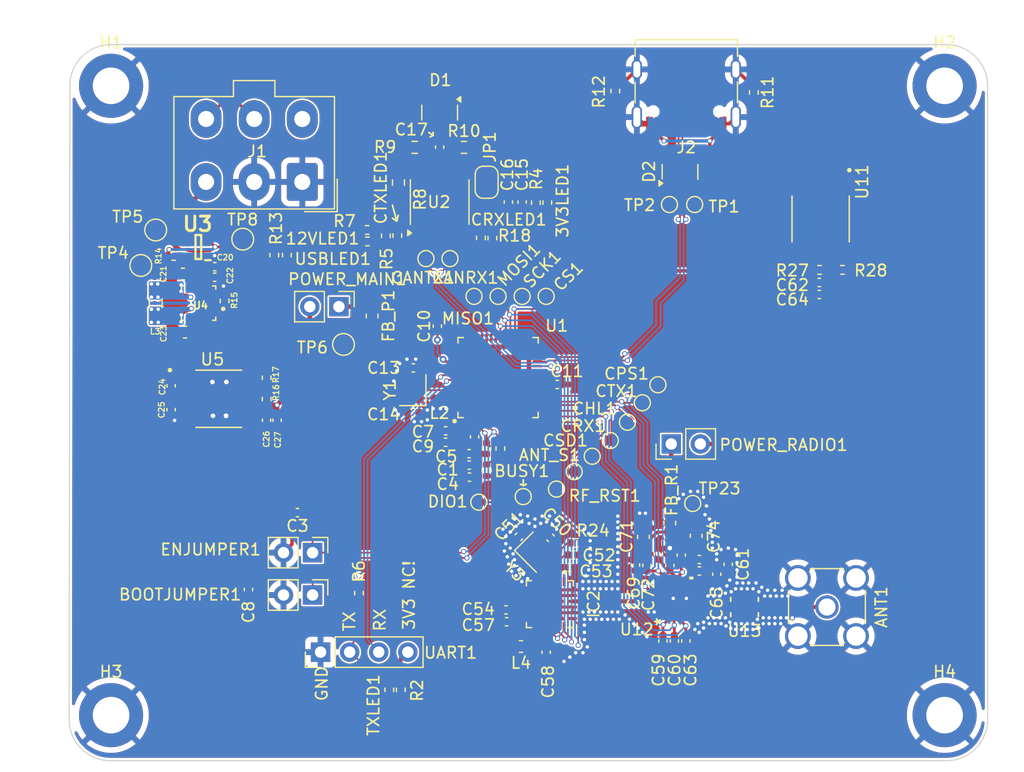
<source format=kicad_pcb>
(kicad_pcb (version 20240108) (generator "pcbnew") (generator_version "8.0")
  (layers (0 "F.Cu" signal) (1 "In1.Cu" power) (2 "In2.Cu" power) (31 "B.Cu" signal) (34 "B.Paste" user) (35 "F.Paste" user) (36 "B.SilkS" user "B.Silkscreen") (37 "F.SilkS" user "F.Silkscreen") (38 "B.Mask" user) (39 "F.Mask" user) (44 "Edge.Cuts" user))
  (net 0 "")
  (net 1 "GND")
  (net 2 "+3V3")
  (net 3 "VBUS")
  (net 4 "RBUS_uC_V")
  (net 5 "/Power/BBIN")
  (net 6 "/Power/BIAS")
  (net 7 "/Power/LX1")
  (net 8 "/Power/LX2")
  (net 9 "/Power/SEL")
  (net 10 "/Power/FBIn")
  (net 11 "Net-(U3-ST)")
  (net 17 "Net-(3V3LED1-A)")
  (net 18 "Net-(12VLED1-A)")
  (net 19 "/BOOT")
  (net 20 "/CHIP_PU")
  (net 21 "Net-(C6-Pad1)")
  (net 22 "Net-(U1-XTAL_N)")
  (net 23 "Net-(C14-Pad1)")
  (net 24 "Net-(JP1-B)")
  (net 25 "Net-(IC2-XTA)")
  (net 26 "Net-(IC2-XTB)")
  (net 27 "Net-(IC2-VBAT_IN)")
  (net 28 "Net-(IC2-VR_PA)")
  (net 29 "Net-(IC2-DCC_FB)")
  (net 30 "CRX")
  (net 31 "CSD")
  (net 32 "VAA")
  (net 33 "ANT_SEL")
  (net 34 "CPS")
  (net 35 "CHL")
  (net 36 "CTX")
  (net 37 "/CAN_RX")
  (net 38 "Net-(CRXLED1-A)")
  (net 39 "Net-(CTXLED1-A)")
  (net 40 "/CAN_TX")
  (net 41 "/CAN+")
  (net 42 "/CAN-")
  (net 43 "/Data-")
  (net 44 "/Data+")
  (net 45 "CS")
  (net 46 "MISO")
  (net 48 "RF_OUT_T")
  (net 49 "SCK")
  (net 50 "Net-(IC2-DCC_SW)")
  (net 51 "DIO1")
  (net 52 "SX_BUSY")
  (net 54 "Net-(IC2-NRESET)")
  (net 55 "MOSI")
  (net 56 "+16.8V")
  (net 57 "Net-(J2-CC2)")
  (net 60 "Net-(J2-CC1)")
  (net 61 "/CAN-BUS/Vref")
  (net 62 "Net-(U1-XTAL_P)")
  (net 63 "Net-(TXLED1-A)")
  (net 64 "Net-(U1-U0TXD{slash}PROG{slash}GPIO43)")
  (net 65 "+12V")
  (net 66 "Net-(U2-Rs)")
  (net 67 "Net-(USBLED1-A)")
  (net 68 "RF_RST")
  (net 69 "/RF Frontend/FBIn")
  (net 76 "/TXD")
  (net 79 "HOLD")
  (net 86 "/RXD")
  (net 91 "Net-(U12-ANT1)")
  (net 92 "Net-(ANT1-In)")
  (net 93 "Net-(POWER_MAIN1-Pin_2)")
  (net 94 "Net-(POWER_RADIO1-Pin_2)")
  (net 95 "Net-(POWER_MAIN1-Pin_1)")
  (net 96 "Net-(POWER_RADIO1-Pin_1)")
  (net 99 "/Power/BBOUT")
  (footprint "TestPoint:TestPoint_Pad_D1.0mm" (layer "F.Cu") (at 162.0236 110.8338)
    (property "Reference" "RF_RST1")
    (property "Value" "TestPoint")
  )
  (footprint "Capacitor_SMD:C_0402_1005Metric" (layer "F.Cu") (at 184.977 93.8264 180)
    (property "Reference" "C64")
    (property "Value" "0.1uF")
  )
  (footprint "Resistor_SMD:R_0402_1005Metric" (layer "F.Cu") (at 136.715 101.102715 90)
    (property "Reference" "R17")
    (property "Value" "10k")
  )
  (footprint "Connector_Molex:Molex_Mini-Fit_Jr_5566-06A_2x03_P4.20mm_Vertical" (layer "F.Cu") (at 139.825 83.99 180)
    (property "Reference" "J1")
    (property "Value" "RBUS")
  )
  (footprint "Capacitor_SMD:C_0402_1005Metric" (layer "F.Cu") (at 154.875 106.27 -90)
    (property "Reference" "C6" (hide yes))
    (property "Value" "0.1uF")
  )
  (footprint "Resistor_SMD:R_0402_1005Metric" (layer "F.Cu") (at 160.225 85.8 90)
    (property "Reference" "R4")
    (property "Value" "470")
  )
  (footprint "TestPoint:TestPoint_Pad_D1.0mm" (layer "F.Cu") (at 161.125 93.99)
    (property "Reference" "CS1")
    (property "Value" "TestPoint")
  )
  (footprint "TestPoint:TestPoint_Pad_D1.5mm" (layer "F.Cu") (at 125.725 91.29)
    (property "Reference" "TP4")
    (property "Value" "TestPoint")
  )
  (footprint "TestPoint:TestPoint_Pad_D1.0mm" (layer "F.Cu") (at 174.093099 85.9627)
    (property "Reference" "TP1")
    (property "Value" "TestPoint")
  )
  (footprint "Capacitor_SMD:C_0603_1608Metric" (layer "F.Cu") (at 158.925 124.59 180)
    (property "Reference" "L4")
    (property "Value" "15uF")
  )
  (footprint "Resistor_SMD:R_0402_1005Metric" (layer "F.Cu") (at 185.007 91.6764)
    (property "Reference" "R27")
    (property "Value" "56k")
  )
  (footprint "Capacitor_SMD:C_0402_1005Metric" (layer "F.Cu") (at 154.395 107.74)
    (property "Reference" "C5")
    (property "Value" "0.1uF")
  )
  (footprint "Capacitor_SMD:C_0402_1005Metric" (layer "F.Cu") (at 149.525 100.24)
    (property "Reference" "C13")
    (property "Value" "11pF")
  )
  (footprint "Resistor_SMD:R_0402_1005Metric" (layer "F.Cu") (at 155.425 88.88 90)
    (property "Reference" "CRXLED1")
    (property "Value" "ORANGE_LED")
  )
  (footprint "Resistor_SMD:R_0402_1005Metric" (layer "F.Cu") (at 138.4778 90.3848 90)
    (property "Reference" "USBLED1")
    (property "Value" "WHITE_LED")
  )
  (footprint "footprints:SOIC127P599X175-9N" (layer "F.Cu") (at 185.097 87.2264 -90)
    (property "Reference" "U11")
    (property "Value" "SC4215ASTRT")
  )
  (footprint "Package_TO_SOT_SMD:SOT-143" (layer "F.Cu") (at 172.815 83.106 90)
    (property "Reference" "D2")
    (property "Value" "SP0503BAHT")
  )
  (footprint "Capacitor_SMD:C_0603_1608Metric" (layer "F.Cu") (at 174.225 114.915 90)
    (property "Reference" "C74")
    (property "Value" "4.7uF")
  )
  (footprint "footprints:DEA-4_2P0X1P25" (layer "F.Cu") (at 178.45 121.14)
    (property "Reference" "U13")
    (property "Value" "DEA202450BT-1213C1")
  )
  (footprint "Resistor_SMD:R_0402_1005Metric" (layer "F.Cu") (at 147.125 88.7 -90)
    (property "Reference" "R5")
    (property "Value" "1k")
  )
  (footprint "Resistor_SMD:R_0402_1005Metric" (layer "F.Cu") (at 161.225 85.79 -90)
    (property "Reference" "3V3LED1")
    (property "Value" "BLUE_LED")
  )
  (footprint "TestPoint:TestPoint_Pad_D1.0mm" (layer "F.Cu") (at 166.725 106.59)
    (property "Reference" "CRX1")
    (property "Value" "TestPoint")
  )
  (footprint "Inductor_SMD:L_0402_1005Metric" (layer "F.Cu") (at 151.81 102.89 180)
    (property "Reference" "L2")
    (property "Value" "20nH")
  )
  (footprint "TestPoint:TestPoint_Pad_D1.0mm" (layer "F.Cu") (at 154.825 93.99)
    (property "Reference" "MISO1")
    (property "Value" "TestPoint")
  )
  (footprint "Resistor_SMD:R_0603_1608Metric" (layer "F.Cu") (at 149.65 80.97)
    (property "Reference" "R9")
    (property "Value" "60")
  )
  (footprint "TestPoint:TestPoint_Pad_D1.0mm" (layer "F.Cu") (at 165.1478 107.9636)
    (property "Reference" "CSD1")
    (property "Value" "TestPoint")
  )
  (footprint "Resistor_SMD:R_0402_1005Metric" (layer "F.Cu") (at 155.925 109.19 90)
    (property "Reference" "R1" (hide yes))
    (property "Value" "10K")
  )
  (footprint "Connector_USB:USB_C_Receptacle_Palconn_UTC16-G" (layer "F.Cu") (at 173.365 76.396 180)
    (property "Reference" "J2")
    (property "Value" "USB_C_Receptacle_USB2.0")
  )
  (footprint "footprints:QFN50P400X400X95-24N" (layer "F.Cu") (at 161.45 120.89 -90)
    (property "Reference" "IC2")
    (property "Value" "SX1280")
  )
  (footprint "TestPoint:TestPoint_Pad_D1.0mm" (layer "F.Cu") (at 159.025 93.99)
    (property "Reference" "SCK1")
    (property "Value" "TestPoint")
  )
  (footprint "Capacitor_SMD:C_0402_1005Metric" (layer "F.Cu") (at 149.505 104.14 180)
    (property "Reference" "C14")
    (property "Value" "11pF")
  )
  (footprint "Inductor_SMD:L_0603_1608Metric" (layer "F.Cu") (at 171.925 113.8025 -90)
    (property "Reference" "FB_R1")
    (property "Value" "FerriteBead_Small")
  )
  (footprint "Resistor_SMD:R_0402_1005Metric" (layer "F.Cu") (at 145.515 89.19)
    (property "Reference" "12VLED1")
    (property "Value" "RED_LED")
  )
  (footprint "TestPoint:TestPoint_Pad_D1.0mm" (layer "F.Cu") (at 152.725 90.69 -90)
    (property "Reference" "CANRX1")
    (property "Value" "TestPoint")
  )
  (footprint "Capacitor_SMD:C_0402_1005Metric" (layer "F.Cu") (at 128.365 103.89 -90)
    (property "Reference" "C25")
    (property "Value" "4.7uF")
  )
  (footprint "Resistor_SMD:R_0402_1005Metric" (layer "F.Cu") (at 156.425 88.9 -90)
    (property "Reference" "R18")
    (property "Value" "1k")
  )
  (footprint "footprints:SOTFL50P160X60-8N" (layer "F.Cu") (at 130.74778 89.678024 180)
    (property "Reference" "U3")
    (property "Value" "LM66200DRLR" (hide yes))
  )
  (footprint "Resistor_SMD:R_0402_1005Metric" (layer "F.Cu") (at 157.125 107.29 90)
    (property "Reference" "R3" (hide yes))
    (property "Value" "10K")
  )
  (footprint "Capacitor_SMD:C_0402_1005Metric" (layer "F.Cu") (at 152.345 106.74 180)
    (property "Reference" "C9")
    (property "Value" "10nF")
  )
  (footprint "Resistor_SMD:R_0402_1005Metric" (layer "F.Cu") (at 163.76 115.54 180)
    (property "Reference" "R24")
    (property "Value" "1k")
  )
  (footprint "Capacitor_SMD:C_0402_1005Metric" (layer "F.Cu") (at 172.925 116.61 90)
    (property "Reference" "C67" (hide yes))
    (property "Value" "1nF")
  )
  (footprint "Capacitor_SMD:C_0402_1005Metric" (layer "F.Cu") (at 174.505 117.99)
    (property "Reference" "C70" (hide yes))
    (property "Value" "1nF")
  )
  (footprint "TestPoint:TestPoint_Pad_D1.0mm" (layer "F.Cu") (at 173.925 112.09)
    (property "Reference" "TP23")
    (property "Value" "TestPoint")
  )
  (footprint "Capacitor_SMD:C_0402_1005Metric" (layer "F.Cu") (at 137.625 104.81 90)
    (property "Reference" "C27")
    (property "Value" "0.1uF")
  )
  (footprint "Resistor_SMD:R_0402_1005Metric" (layer "F.Cu") (at 137.3778 90.3848 90)
    (property "Reference" "R13")
    (property "Value" "5.1k")
  )
  (footprint "Resistor_SMD:R_0402_1005Metric" (layer "F.Cu") (at 148.425 128.38 -90)
    (property "Reference" "R2")
    (property "Value" "470")
  )
  (footprint "TestPoint:TestPoint_Pad_D1.0mm" (layer "F.Cu") (at 169.525 103.29)
    (property "Reference" "CTX1")
    (property "Value" "TestPoint")
  )
  (footprint "footprints:SKY66112-11_SKY" (layer "F.Cu") (at 172.799999 120.3846 90)
    (property "Reference" "U12")
    (property "Value" "SKY66112-11")
  )
  (footprint "Resistor_SMD:R_0402_1005Metric" (layer "F.Cu") (at 167.165 76.046 -90)
    (property "Reference" "R12")
    (property "Value" "5.1k")
  )
  (footprint "Capacitor_SMD:C_0603_1608Metric" (layer "F.Cu") (at 129.58978 97.113024 180)
    (property "Reference" "C23")
    (property "Value" "22uF")
  )
  (footprint "Capacitor_SMD:C_0402_1005Metric" (layer "F.Cu") (at 163.18 117.69)
    (property "Reference" "C53")
    (property "Value" "10nF")
  )
  (footprint "Capacitor_SMD:C_0402_1005Metric" (layer "F.Cu") (at 171.925 117.51 90)
    (property "Reference" "C66" (hide yes))
    (property "Value" "1nF")
  )
  (footprint "Resistor_SMD:R_0402_1005Metric" (layer "F.Cu") (at 145.495 88.19)
    (property "Reference" "R7")
    (property "Value" "3k")
  )
  (footprint "Connector_PinHeader_2.54mm:PinHeader_1x02_P2.54mm_Vertical" (layer "F.Cu") (at 172.05 106.89 90)
    (property "Reference" "POWER_RADIO1")
    (property "Value" "Conn_01x02_Male")
  )
  (footprint "Resistor_SMD:R_0402_1005Metric" (layer "F.Cu") (at 144.777 119.929 90)
    (property "Reference" "R6")
    (property "Value" "499R")
  )
  (footprint "Capacitor_SMD:C_0402_1005Metric" (layer "F.Cu") (at 157.67 122.43 180)
    (property "Reference" "C57")
    (property "Value" "470nF")
  )
  (footprint "Resistor_SMD:R_0402_1005Metric" (layer "F.Cu") (at 128.59778 90.458024)
    (property "Reference" "R14")
    (property "Value" "10k")
  )
  (footprint "Capacitor_SMD:C_0402_1005Metric" (layer "F.Cu") (at 170.925 116.51 90)
    (property "Reference" "C68" (hide yes))
    (property "Value" "100nF")
  )
  (footprint "Capacitor_SMD:C_0402_1005Metric" (layer "F.Cu") (at 159.025 85.75 90)
    (property "Reference" "C15")
    (property "Value" "100nF")
  )
  (footprint "TestPoint:TestPoint_Pad_D1.0mm" (layer "F.Cu") (at 156.925 93.99)
    (property "Reference" "MOSI1")
    (property "Value" "TestPoint")
  )
  (footprint "Capacitor_SMD:C_0402_1005Metric" (layer "F.Cu") (at 161.510589 115.100589 -45)
    (property "Reference" "C50")
    (property "Value" "C_Small")
  )
  (footprint "Capacitor_SMD:C_0402_1005Metric" (layer "F.Cu") (at 132.17978 91.398024)
    (property "Reference" "C20")
    (property "Value" "10uF")
  )
  (footprint "Connector_Coaxial:SMA_Amphenol_901-144_Vertical" (layer "F.Cu") (at 185.65 121.14 -90)
    (property "Reference" "ANT1")
    (property "Value" "SMA")
  )
  (footprint "Capacitor_SMD:C_0402_1005Metric" (layer "F.Cu") (at 151.625 96.59 90)
    (property "Reference" "C10")
    (property "Value" "0.1uF")
  )
  (footprint "Capacitor_SMD:C_0402_1005Metric" (layer "F.Cu") (at 173.325 124.11 -90)
    (property "Reference" "C63")
    (property "Value" "1nF")
  )
  (footprint "Jumper:SolderJumper-2_P1.3mm_Open_RoundedPad1.0x1.5mm" (layer "F.Cu") (at 155.925 84.02 -90)
    (property "Reference" "JP1")
    (property "Value" "TermJP")
  )
  (footprint "Capacitor_SMD:C_0402_1005Metric" (layer "F.Cu") (at 163.5 116.59)
    (property "Reference" "C52")
    (property "Value" "10nF")
  )
  (footprint "Crystal:Crystal_SMD_2016-4Pin_2.0x1.6mm" (layer "F.Cu") (at 149.475 102.19 90)
    (property "Reference" "Y1")
    (property "Value" "R940000171")
  )
  (footprint "Capacitor_SMD:C_0402_1005Metric" (layer "F.Cu") (at 168.925 117.47 -90)
    (property "Reference" "C69")
    (property "Value" "100nF")
  )
  (footprint "Resistor_SMD:R_0402_1005Metric" (layer "F.Cu") (at 136.715 102.962715 90)
    (property "Reference" "R16")
    (property "Value" "56k")
  )
  (footprint "Capacitor_SMD:C_0402_1005Metric" (layer "F.Cu") (at 162.095 101.69)
    (property "Reference" "C11")
    (property "Value" "0.1uF")
  )
  (footprint "Resistor_SMD:R_0402_1005Metric" (layer "F.Cu") (at 133.03978 94.398024 90)
    (property "Reference" "R15")
    (property "Value" "14k")
  )
  (footprint "TestPoint:TestPoint_Pad_D1.0mm" (layer "F.Cu") (at 170.8882 101.7152)
    (property "Reference" "CPS1")
    (property "Value" "TestPoint")
  )
  (footprint "Capacitor_SMD:C_0402_1005Metric" (layer "F.Cu") (at 177.025 117.41 90)
    (property "Reference" "C61")
    (property "Value" "100nF")
  )
  (footprint "TestPoint:TestPoint_Pad_D1.5mm" (layer "F.Cu") (at 143.425 98.19)
    (property "Reference" "TP6")
    (property "Value" "TestPoint")
  )
  (footprint "Capacitor_SMD:C_0402_1005Metric" (layer "F.Cu") (at 158.739411 115.000589 -135)
    (property "Reference" "C51")
    (property "Value" "C_Small")
  )
  (footprint "Crystal:Crystal_SMD_2016-4Pin_2.0x1.6mm" (layer "F.Cu") (at 160.133883 116.346066 -45)
    (property "Reference" "Y3")
    (property "Value" "Crystal_GND24")
  )
  (footprint "Inductor_SMD:L_0603_1608Metric" (layer "F.Cu") (at 145.925 95.7025 -90)
    (property "Reference" "FB_P1")
    (property "Value" "FerriteBead_Small")
  )
  (footprint "MountingHole:MountingHole_3.2mm_M3_DIN965_Pad" (layer "F.Cu") (at 123.125 130.59)
    (property "Reference" "H3")
    (property "Value" "MountingHole_Pad")
  )
  (footprint "Capacitor_SMD:C_0402_1005Metric" (layer "F.Cu") (at 128.368814 101.810492 90)
    (property "Reference" "C24")
    (property "Value" "10uF")
  )
  (footprint "TestPoint:TestPoint_Pad_D1.5mm" (layer "F.Cu") (at 127.025 88.19)
    (property "Reference" "TP5")
    (property "Value" "TestPoint")
  )
  (footprint "Capacitor_SMD:C_0402_1005Metric" (layer "F.Cu") (at 171.325 124.11 -90)
    (property "Reference" "C59")
    (property "Value" "1nF")
  )
  (footprint "TestPoint:TestPoint_Pad_D1.5mm" (layer "F.Cu") (at 134.625 88.99)
    (property "Reference" "TP8")
    (property "Value" "TestPoint")
  )
  (footprint "Connector_PinHeader_2.54mm:PinHeader_1x04_P2.54mm_Vertical" (layer "F.Cu") (at 141.4242 125.0832 90)
    (property "Reference" "UART1")
    (property "Value" "UART")
  )
  (footprint "Capacitor_SMD:C_0402_1005Metric" (layer "F.Cu") (at 152.345 105.74 180)
    (property "Reference" "C7")
    (property "Value" "1uF")
  )
  (footprint "footprints:SOIC127P599X175-9N" (layer "F.Cu") (at 132.533814 102.940492)
    (property "Reference" "U5")
    (property "Value" "SC4215ASTRT")
  )
  (footprint "Capacitor_SMD:C_0402_1005Metric" (layer "F.Cu") (at 155.925 107.29 -90)
    (property "Reference" "C2" (hide yes))
    (property "Value" "1uF")
  )
  (footprint "Resistor_SMD:R_0402_1005Metric" (layer "F.Cu") (at 179.265 76.166 90)
    (property "Reference" "R11")
    (property "Value" "5.1k")
  )
  (footprint "TestPoint:TestPoint_Pad_D1.0mm" (layer "F.Cu") (at 168.225 104.99)
    (property "Reference" "CHL1")
    (property "Value" "TestPoint")
  )
  (footprint "Capacitor_SMD:C_0402_1005Metric" (layer "F.Cu") (at 174.505 116.99)
    (property "Reference" "C73" (hide yes))
    (property "Value" "100nF")
  )
  (footprint "Capacitor_SMD:C_0402_1005Metric" (layer "F.Cu") (at 136.705 104.81 90)
    (property "Reference" "C26")
    (property "Value" "10uF")
  )
  (footprint "" (layer "F.Cu") (at 162.325 124.99)
    (property "Reference" "")
    (property "Value" "")
  )
  (footprint "MountingHole:MountingHole_3.2mm_M3_DIN965_Pad" (layer "F.Cu") (at 123.125 75.59)
    (property "Reference" "H1")
    (property "Value" "MountingHole_Pad")
  )
  (footprint "Capacitor_SMD:C_0402_1005Metric" (layer "F.Cu") (at 154.425 109.79)
    (property "Reference" "C4")
    (property "Value" "1uF")
  )
  (footprint "footprints:CONV_MAX77827AEFD+T" (layer "F.Cu") (at 130.76978 94.58095 180)
    (property "Reference" "U4")
    (property "Value" "MAX77827AEFD+T")
  )
  (footprint "Package_SO:SOIC-8_3.9x4.9mm_P1.27mm" (layer "F.Cu") (at 151.825 85.745 90)
    (property "Reference" "U2")
    (property "Value" "SN65HVD230")
  )
  (footprint "Capacitor_SMD:C_0402_1005Metric" (layer "F.Cu") (at 169.925 117.51 -90)
    (property "Reference" "C72")
    (property "Value" "100nF")
  )
  (footprint "Capacitor_SMD:C_0402_1005Metric" (layer "F.Cu") (at 157.625 121.39 180)
    (property "Reference" "C54")
    (property "Value" "0.1uF")
  )
  (footprint "MountingHole:MountingHole_3.2mm_M3_DIN965_Pad" (layer "F.Cu") (at 195.925 130.59)
    (property "Reference" "H4")
    (property "Value" "MountingHole_Pad")
  )
  (footprint "Capacitor_SMD:C_0402_1005Metric" (layer "F.Cu") (at 172.325 124.11 -90)
    (property "Reference" "C60")
    (property "Value" "1nF")
  )
  (footprint "Capacitor_SMD:C_0402_1005Metric" (layer "F.Cu") (at 151.825 80.95 90)
    (property "Reference" "C17")
    (property "Value" "47nF")
  )
  (footprint "Capacitor_SMD:C_0603_1608Metric" (layer "F.Cu") (at 129.401924 92.042401 180)
    (property "Reference" "C21")
    (property "Value" "10uF")
  )
  (footprint "Inductor_SMD:L_0402_1005Metric" (layer "F.Cu") (at 153.875 106.275 90)
    (property "Reference" "L1" (hide yes))
    (property "Value" "2.0nH")
  )
  (footprint "Capacitor_SMD:C_0402_1005Metric" (layer "F.Cu") (at 184.977 92.7764 180)
    (property "Reference" "C62")
    (property "Value" "10uF")
  )
  (footprint "Capacitor_SMD:C_0402_1005Metric" (layer "F.Cu") (at 132.17978 92.318024)
    (property "Reference" "C22")
    (property "Value" "1uF")
  )
  (footprint "Capacitor_SMD:C_0603_1608Metric" (layer "F.Cu") (at 169.625 115.015 90)
    (property "Reference" "C71")
    (property "Value" "4.7uF")
  )
  (footprint "TestPoint:TestPoint_Pad_D1.0mm" (layer "F.Cu") (at 155.2418 111.9768)
    (property "Reference" "DIO1")
    (property "Value" "TestPoint")
  )
  (footprint "Capacitor_SMD:C_0402_1005Metric" (layer "F.Cu") (at 135.125 119.61 -90)
    (property "Reference" "C8")
    (property "Value" "0.1uF")
  )
  (footprint "Capacitor_SMD:C_0402_1005Metric" (layer "F.Cu") (at 157.825 85.75 90)
    (property "Reference" "C16")
    (property "Value" "10uF")
  )
  (footprint "Resistor_SMD:R_0402_1005Metric" (layer "F.Cu") (at 148.125 88.68 -90)
    (property "Reference" "CTXLED1")
    (property "Value" "GREEN_LED")
  )
  (footprint "Connector_PinHeader_2.54mm:PinHeader_1x02_P2.54mm_Vertical" (layer "F.Cu") (at 140.725 116.39 -90)
    (property "Reference" "ENJUMPER1")
    (property "Value" "Conn_01x02_Male")
  )
  (footprint "Connector_PinHeader_2.54mm:PinHeader_1x02_P2.54mm_Vertical" (layer "F.Cu") (at 143.025 94.89 -90)
    (property "Reference" "POWER_MAIN1")
    (property "Value" "Conn_01x02_Male")
  )
  (footprint "Inductor_SMD:L_0805_2012Metric" (layer "F.Cu") (at 127.021819 94.58559 -90)
    (property "Reference" "L3")
    (property "Value" "1uH")
  )
  (footprint "TestPoint:TestPoint_Pad_D1.0mm" (layer "F.Cu") (at 159.125 111.49)
    (property "Reference" "BUSY1")
    (property "Value" "TestPoint")
  )
  (footprint "Capacitor_SMD:C_0402_1005Metric" (layer "F.Cu") (at 176.025 118.27 90)
    (property "Reference" "C65")
    (property "Value" "1nF")
  )
  (footprint "Resistor_SMD:R_0603_1608Metric" (layer "F.Cu") (at 148.225 84.045 -90)
    (property "Reference" "R8")
    (property "Value" "0")
  )
  (footprint "Connector_PinHeader_2.54mm:PinHeader_1x02_P2.54mm_Vertical" (layer "F.Cu") (at 140.725 120.09 -90)
    (property "Reference" "BOOTJUMPER1")
    (property "Value" "Conn_01x02_Male")
  )
  (footprint "Resistor_SMD:R_0402_1005Metric" (layer "F.Cu") (at 187.007 91.6764)
    (property "Reference" "R28")
    (property "Value" "10k")
  )
  (footprint "Capacitor_SMD:C_0402_1005Metric" (layer "F.Cu") (at 139.405 112.89 180)
    (property "Reference" "C3")
    (property "Value" "0.1uF")
  )
  (footprint "TestPoint:TestPoint_Pad_D1.0mm" (layer "F.Cu") (at 163.573 109.3098)
    (property "Reference" "ANT_S1")
    (property "Value" "TestPoint")
  )
  (footprint "TestPoint:TestPoint_Pad_D1.0mm" (layer "F.Cu") (at 171.893099 85.9627)
    (property "Reference" "TP2")
    (property "Value" "TestPoint")
  )
  (footprint "Package_TO_SOT_SMD:SOT-23" (layer "F.Cu") (at 151.825 77.9325 -90)
    (property "Reference" "D1")
    (property "Value" "SM712_SOT23")
  )
  (footprint "Capacitor_SMD:C_0402_1005Metric" (layer "F.Cu") (at 161.125 125.09 -90)
    (property "Reference" "C58")
    (property "Value" "0.1uF")
  )
  (footprint "TestPoint:TestPoint_Pad_D1.0mm" (layer "F.Cu") (at 150.625 90.69 180)
    (property "Reference" "CANTX1")
    (property "Value" "TestPoint")
  )
  (footprint "footprints:QFN40P700X700X90-57N" (layer "F.Cu") (at 156.925 101.09 90)
    (property "Reference" "U1")
    (property "Value" "ESP32-S3")
  )
  (footprint "Capacitor_SMD:C_0402_1005Metric" (layer "F.Cu") (at 154.405 108.74)
    (property "Reference" "C1")
    (property "Value" "10uF")
  )
  (footprint "MountingHole:MountingHole_3.2mm_M3_DIN965_Pad" (layer "F.Cu") (at 195.925 75.59)
    (property "Reference" "H2")
    (property "Value" "MountingHole_Pad")
  )
  (footprint "Resistor_SMD:R_0603_1608Metric" (layer "F.Cu") (at 153.95 80.97)
    (property "Reference" "R10")
    (property "Value" "60")
  )
  (footprint "Resistor_SMD:R_0402_1005Metric" (layer "F.Cu") (at 147.425 128.38 -90)
    (property "Reference" "TXLED1")
    (property "Value" "GREEN_LED")
  )
  (gr_line (start 159.128 110.529) (end 158.874 110.402) (stroke (width 0.15)) (layer "F.SilkS"))
  (gr_line (start 151.254 79.668) (end 151.254 79.922) (stroke (width 0.15)) (layer "F.SilkS"))
  (gr_line (start 159.382 110.402) (end 159.128 110.529) (stroke (width 0.15)) (layer "F.SilkS"))
  (gr_line (start 151.254 79.922) (end 151.254 79.668) (stroke (width 0.15)) (layer "F.SilkS"))
  (gr_line (start 148.079 87.415) (end 148.206 86.907) (stroke (width 0.15)) (layer "F.SilkS"))
  (gr_line (start 159.128 110.529) (end 159.382 110.402) (stroke (width 0.15)) (layer "F.SilkS"))
  (gr_line (start 150.873 79.668) (end 151.254 79.922) (stroke (width 0.15)) (layer "F.SilkS"))
  (gr_line (start 148.079 87.415) (end 147.698 87.161) (stroke (width 0.15)) (layer "F.SilkS"))
  (gr_line (start 147.698 86.018) (end 148.079 87.415) (stroke (width 0.15)) (layer "F.SilkS"))
  (gr_line (start 159.128 110.021) (end 159.128 110.529) (stroke (width 0.15)) (layer "F.SilkS"))
  (gr_line (start 151.254 79.922) (end 151 80.049) (stroke (width 0.15)) (layer "F.SilkS"))
  (gr_line (start 123.065584 134.570416) (end 196.079416 134.570416) (stroke (width 0.1)) (layer "Edge.Cuts"))
  (gr_arc (start 196.079416 71.99) (mid 198.625 73.044416) (end 199.679416 75.59) (stroke (width 0.1)) (layer "Edge.Cuts"))
  (gr_arc (start 119.525 75.59) (mid 120.579416 73.044416) (end 123.125 71.99) (stroke (width 0.1)) (layer "Edge.Cuts"))
  (gr_arc (start 199.679416 130.970416) (mid 198.625 133.516) (end 196.079416 134.570416) (stroke (width 0.1)) (layer "Edge.Cuts"))
  (gr_line (start 119.465584 130.970416) (end 119.525 75.59) (stroke (width 0.1)) (layer "Edge.Cuts"))
  (gr_arc (start 123.065584 134.570416) (mid 120.52 133.516) (end 119.465584 130.970416) (stroke (width 0.1)) (layer "Edge.Cuts"))
  (gr_line (start 196.079416 71.99) (end 123.125 71.99) (stroke (width 0.1)) (layer "Edge.Cuts"))
  (gr_line (start 199.679416 130.970416) (end 199.679416 75.59) (stroke (width 0.1)) (layer "Edge.Cuts"))
  (gr_text "GND\n" (at 142.11 129.452 90) (layer "F.SilkS") (effects (font (size 1 1)) (justify left bottom)))
  (gr_text "RX\n" (at 147.19 123.356 90) (layer "F.SilkS") (effects (font (size 1 1)) (justify left bottom)))
  (gr_text "3V3 NC!" (at 149.73 123.229 90) (layer "F.SilkS") (effects (font (size 1 1)) (justify left bottom)))
  (gr_text "TX\n" (at 144.523 123.356 90) (layer "F.SilkS") (effects (font (size 1 1)) (justify left bottom)))
  (segment (start 161.2 125.65) (end 157.51 125.65) (width 0.2) (layer "F.Cu") (net 1))
  (segment (start 175.185 117.79) (end 174.985 117.99) (width 0.25) (layer "F.Cu") (net 1))
  (segment (start 173.624999 120.6346) (end 173.374999 120.3846) (width 0.2) (layer "F.Cu") (net 1))
  (segment (start 159.078822 114.661178) (end 159.226812 114.661178) (width 0.2) (layer "F.Cu") (net 1))
  (segment (start 163.98 117.37) (end 163.66 117.69) (width 0.2) (layer "F.Cu") (net 1))
  (segment (start 161.325 121.14) (end 160.2 122.265) (width 0.2) (layer "F.Cu") (net 1))
  (segment (start 175.125 115.04) (end 175.125 116.85) (width 0.25) (layer "F.Cu") (net 1))
  (segment (start 160.239949 117.229949) (end 160.166725 117.156725) (width 0.2) (layer "F.Cu") (net 1))
  (segment (start 173.506 122.14) (end 173.299998 121.933998) (width 0.2) (layer "F.Cu") (net 1))
  (segment (start 186.947 92.7764) (end 187.517 92.2064) (width 0.4) (layer "F.Cu") (net 1))
  (segment (start 128.34878 97.109024) (end 128.35278 97.113024) (width 0.8) (layer "F.Cu") (net 1))
  (segment (start 172.065 84.106) (end 171.315 84.106) (width 0.3) (layer "F.Cu") (net 1))
  (segment (start 174.298599 120.6346) (end 174.5054 120.6346) (width 0.2) (layer "F.Cu") (net 1))
  (segment (start 176.565 78.906) (end 177.105 78.906) (width 0.3) (layer "F.Cu") (net 1))
  (segment (start 179.265 75.656) (end 179.185 75.656) (width 0.3) (layer "F.Cu") (net 1))
  (segment (start 170.925 116.03) (end 171.925 117.03) (width 0.25) (layer "F.Cu") (net 1))
  (segment (start 170.5696 119.1346) (end 170.425 118.99) (width 0.25) (layer "F.Cu") (net 1))
  (segment (start 174.225 114.14) (end 175.125 115.04) (width 0.25) (layer "F.Cu") (net 1))
  (segment (start 129.67039 94.578729) (end 128.538615 94.578729) (width 0.36) (layer "F.Cu") (net 1))
  (segment (start 161.325 120.14) (end 161.325 121.09) (width 0.2) (layer "F.Cu") (net 1))
  (segment (start 174.5054 120.6346) (end 174.65 120.49) (width 0.2) (layer "F.Cu") (net 1))
  (segment (start 163.66 117.69) (end 163.66 119.4) (width 0.2) (layer "F.Cu") (net 1))
  (segment (start 150.746 104.79) (end 151.525 104.79) (width 0.25) (layer "F.Cu") (net 1))
  (segment (start 149.905 84.87) (end 148.225 84.87) (width 0.4) (layer "F.Cu") (net 1))
  (segment (start 160.7 117.69) (end 160.239949 117.229949) (width 0.2) (layer "F.Cu") (net 1))
  (segment (start 163.42 121.64) (end 161.875 121.64) (width 0.2) (layer "F.Cu") (net 1))
  (segment (start 138.925 115.65) (end 138.185 116.39) (width 0.3) (layer "F.Cu") (net 1))
  (segment (start 160.7 118.92) (end 160.7 119.515) (width 0.2) (layer "F.Cu") (net 1))
  (segment (start 169.625 114.24) (end 168.725 115.14) (width 0.25) (layer "F.Cu") (net 1))
  (segment (start 163.42 121.14) (end 163.42 121.64) (width 0.2) (layer "F.Cu") (net 1))
  (segment (start 161.875 121.64) (end 161.325 121.09) (width 0.2) (layer "F.Cu") (net 1))
  (segment (start 175.125 116.85) (end 174.985 116.99) (width 0.25) (layer "F.Cu") (net 1))
  (segment (start 168.725 116.69) (end 169.065 117.03) (width 0.25) (layer "F.Cu") (net 1))
  (segment (start 150.025 100.26) (end 150.005 100.24) (width 0.25) (layer "F.Cu") (net 1))
  (segment (start 151.825 78.87) (end 151.825 80.47) (width 0.3) (layer "F.Cu") (net 1))
  (segment (start 187.002 89.6964) (end 187.002 91.1614) (width 0.4) (layer "F.Cu") (net 1))
  (segment (start 167.165 75.536) (end 167.665 75.536) (width 0.3) (layer "F.Cu") (net 1))
  (segment (start 154.905 107.77) (end 154.875 107.74) (width 0.3) (layer "F.Cu") (net 1))
  (segment (start 168.365 118.749239) (end 168.365 117.55) (width 0.2) (layer "F.Cu") (net 1))
  (segment (start 154.895 108.75) (end 154.885 108.74) (width 0.2) (layer "F.Cu") (net 1))
  (segment (start 151.865 105.13) (end 151.865 105.74) (width 0.25) (layer "F.Cu") (net 1))
  (segment (start 163.42 119.64) (end 163.42 120.14) (width 0.2) (layer "F.Cu") (net 1))
  (segment (start 172.025 117.03) (end 172.925 116.13) (width 0.25) (layer "F.Cu") (net 1))
  (segment (start 157.145 121.39) (end 157.145 122.385) (width 0.3) (layer "F.Cu") (net 1))
  (segment (start 171.301399 121.134601) (end 171.474998 121.134601) (width 0.2) (layer "F.Cu") (net 1))
  (segment (start 173.624999 120.1346) (end 173.374999 120.3846) (width 0.2) (layer "F.Cu") (net 1))
  (segment (start 173.8 119.14) (end 173.8 119.959599) (width 0.27) (layer "F.Cu") (net 1))
  (segment (start 171.299999 119.1346) (end 170.5696 119.1346) (width 0.25) (layer "F.Cu") (net 1))
  (segment (start 151.19 86.155) (end 149.905 84.87) (width 0.4) (layer "F.Cu") (net 1))
  (segment (start 169.750361 120.1346) (end 168.365 118.749239) (width 0.2) (layer "F.Cu") (net 1))
  (segment (start 161.325 121.09) (end 161.325 121.14) (width 0.2) (layer "F.Cu") (net 1))
  (segment (start 177.105 78.906) (end 177.685 78.326) (width 0.3) (layer "F.Cu") (net 1))
  (segment (start 160.728822 114.761178) (end 161.171178 114.761178) (width 0.2) (layer "F.Cu") (net 1))
  (segment (start 167.665 75.536) (end 169.045 74.156) (width 0.3) (layer "F.Cu") (net 1))
  (segment (start 157.51 125.65) (end 157.19 125.33) (width 0.2) (layer "F.Cu") (net 1))
  (segment (start 138.925 112.89) (end 138.925 115.65) (width 0.3) (layer "F.Cu") (net 1))
  (segment (start 160.166725 115.601091) (end 160.027817 115.462183) (width 0.2) (layer "F.Cu") (net 1))
  (segment (start 176.885 116.93) (end 176.025 117.79) (width 0.25) (layer "F.Cu") (net 1))
  (segment (start 149.025 102.99) (end 148.925 102.89) (width 0.25) (layer "F.Cu") (net 1))
  (segment (start 171.301399 121.134601) (end 171.301399 121.6332) (width 0.2) (layer "F.Cu") (net 1))
  (segment (start 173.8054 119.1346) (end 173.8 119.14) (width 0.27) (layer "F.Cu") (net 1))
  (segment (start 173.299998 121.933998) (end 173.299998 121.6292) (width 0.2) (layer "F.Cu") (net 1))
  (segment (start 150.025 101.49) (end 150.025 100.26) (width 0.25) (layer "F.Cu") (net 1))
  (segment (start 128.34878 91.990561) (end 128.34878 97.109024) (width 0.8) (layer "F.Cu") (net 1))
  (segment (start 171.301399 120.1346) (end 169.750361 120.1346) (width 0.2) (layer "F.Cu") (net 1))
  (segment (start 174.298599 120.1346) (end 173.624999 120.1346) (width 0.2) (layer "F.Cu") (net 1))
  (segment (start 163.98 116.59) (end 163.98 117.37) (width 0.2) (layer "F.Cu") (net 1))
  (segment (start 155.925 107.77) (end 154.905 107.77) (width 0.3) (layer "F.Cu") (net 1))
  (segment (start 168.725 115.14) (end 168.725 116.69) (width 0.25) (layer "F.Cu") (net 1))
  (segment (start 176.025 117.79) (end 175.185 117.79) (width 0.25) (layer "F.Cu") (net 1))
  (segment (start 185.097 87.2264) (end 187.002 89.1314) (width 0.4) (layer "F.Cu") (net 1))
  (segment (start 128.538005 94.58095) (end 128.52978 94.572725) (width 0.25) (layer "F.Cu") (net 1))
  (segment (start 128.35278 97.113024) (end 128.81478 97.113024) (width 0.8) (layer "F.Cu") (net 1))
  (segment (start 171.974999 120.1346) (end 172.224999 120.3846) (width 0.2) (layer "F.Cu") (net 1))
  (segment (start 151.865 105.74) (end 151.865 106.74) (width 0.3) (layer "F.Cu") (net 1))
  (segment (start 149.025 104.14) (end 149.025 102.99) (width 0.25) (layer "F.Cu") (net 1))
  (segment (start 174.299999 119.1346) (end 173.8054 119.1346) (width 0.27) (layer "F.Cu") (net 1))
  (segment (start 171.301399 121.6332) (end 171.299999 121.6346) (width 0.2) (layer "F.Cu") (net 1))
  (segment (start 161.325 120.14) (end 163.42 120.14) (width 0.2) (layer "F.Cu") (net 1))
  (segment (start 171.301399 120.1346) (end 171.974999 120.1346) (width 0.2) (layer "F.Cu") (net 1))
  (segment (start 174.65 120.49) (end 174.65 120.24) (width 0.2) (layer "F.Cu") (net 1))
  (segment (start 173.299998 120.459601) (end 173.374999 120.3846) (width 0.2) (layer "F.Cu") (net 1))
  (segment (start 159.226812 114.661178) (end 160.027817 115.462183) (width 0.2) (layer "F.Cu") (net 1))
  (segment (start 170.165 78.906) (end 169.625 78.906) (width 0.3) (layer "F.Cu") (net 1))
  (segment (start 174.985 116.99) (end 174.985 117.99) (width 0.25) (layer "F.Cu") (net 1))
  (segment (start 173.8 119.959599) (end 173.374999 120.3846) (width 0.27) (layer "F.Cu") (net 1))
  (segment (start 160.7 118.92) (end 160.7 117.69) (width 0.2) (layer "F.Cu") (net 1))
  (segment (start 151.525 104.79) (end 151.865 105.13) (width 0.25) (layer "F.Cu") (net 1))
  (segment (start 131.58578 90.428024) (end 132.16478 90.428024) (width 0.25) (layer "F.Cu") (net 1))
  (segment (start 160.7 119.515) (end 161.325 120.14) (width 0.2) (layer "F.Cu") (net 1))
  (segment (start 171.925 117.03) (end 172.025 117.03) (width 0.25) (layer "F.Cu") (net 1))
  (segment (start 171.474998 121.134601) (end 172.224999 120.3846) (width 0.2) (layer "F.Cu") (net 1))
  (segment (start 187.517 92.2064) (end 187.517 91.6764) (width 0.4) (layer "F.Cu") (net 1))
  (segment (start 174.146999 122.14) (end 173.506 122.14) (width 0.2) (layer "F.Cu") (net 1))
  (segment (start 179.185 75.656) (end 177.685 74.156) (width 0.3) (layer "F.Cu") (net 1))
  (segment (start 160.027817 115.462183) (end 160.728822 114.761178) (width 0.2) (layer "F.Cu") (net 1))
  (segment (start 174.5446 120.1346) (end 174.298599 120.1346) (width 0.2) (layer "F.Cu") (net 1))
  (segment (start 157.19 125.33) (end 157.19 122.43) (width 0.2) (layer "F.Cu") (net 1))
  (segment (start 169.065 117.03) (end 169.925 117.03) (width 0.25) (layer "F.Cu") (net 1))
  (segment (start 154.875 106.75) (end 154.875 109.76) (width 0.3) (layer "F.Cu") (net 1))
  (segment (start 187.002 89.1314) (end 187.002 89.6964) (width 0.4) (layer "F.Cu") (net 1))
  (segment (start 173.299998 121.6292) (end 173.299998 120.459601) (width 0.2) (layer "F.Cu") (net 1))
  (segment (start 160.2 122.265) (end 160.2 122.86) (width 0.2) (layer "F.Cu") (net 1))
  (segment (start 160.166725 117.156725) (end 160.166725 115.601091) (width 0.2) (layer "F.Cu") (net 1))
  (segment (start 174.299999 121.6346) (end 174.299999 121.987) (width 0.2) (layer "F.Cu") (net 1))
  (segment (start 163.66 119.4) (end 163.42 119.64) (width 0.2) (layer "F.Cu") (net 1))
  (segment (start 157.145 122.385) (end 157.19 122.43) (width 0.3) (layer "F.Cu") (net 1))
  (segment (start 171.315 84.106) (end 170.165 82.956) (width 0.3) (layer "F.Cu") (net 1))
  (segment (start 168.365 117.55) (end 168.925 116.99) (width 0.2) (layer "F.Cu") (net 1))
  (segment (start 185.457 93.8264) (end 185.457 92.7764) (width 0.4) (layer "F.Cu") (net 1))
  (segment (start 187.002 91.1614) (end 187.517 91.6764) (width 0.4) (layer "F.Cu") (net 1))
  (segment (start 141.725 125.29) (end 141.425 124.99) (width 0.3) (layer "F.Cu") (net 1))
  (segment (start 174.298599 120.6346) (end 173.624999 120.6346) (width 0.2) (layer "F.Cu") (net 1))
  (segment (start 177.025 116.93) (end 176.885 116.93) (width 0.25) (layer "F.Cu") (net 1))
  (segment (start 154.875 109.76) (end 154.905 109.79) (width 0.3) (layer "F.Cu") (net 1))
  (segment (start 135.125 120.09) (end 138.185 120.09) (width 0.3) (layer "F.Cu") (net 1))
  (segment (start 171.299999 121.136001) (end 171.301399 121.134601) (width 0.2) (layer "F.Cu") (net 1))
  (segment (start 174.65 120.24) (end 174.5446 120.1346) (width 0.2) (layer "F.Cu") (net 1))
  (segment (start 174.299999 121.987) (end 174.146999 122.14) (width 0.2) (layer "F.Cu") (net 1))
  (segment (start 185.457 92.7764) (end 186.947 92.7764) (width 0.4) (layer "F.Cu") (net 1))
  (segment (start 151.19 88.22) (end 151.19 86.155) (width 0.4) (layer "F.Cu") (net 1))
  (segment (start 170.165 82.956) (end 170.165 78.906) (width 0.3) (layer "F.Cu") (net 1))
  (segment (start 169.625 78.906) (end 169.045 78.326) (width 0.3) (layer "F.Cu") (net 1))
  (segment (start 171.925 117.03) (end 171.925 115.99) (width 0.25) (layer "F.Cu") (net 1))
  (via (at 181.607 122.086) (size 0.45) (drill 0.3) (layers "F.Cu" "B.Cu") (net 1))
  (via (at 157.858 117.387) (size 0.45) (drill 0.3) (layers "F.Cu" "B.Cu") (net 1))
  (via (at 175.257 120.181) (size 0.45) (drill 0.3) (layers "F.Cu" "B.Cu") (net 1))
  (via (at 164.462 122.721) (size 0.45) (drill 0.3) (layers "F.Cu" "B.Cu") (net 1))
  (via (at 179.956 119.419) (size 0.45) (drill 0.3) (layers "F.Cu" "B.Cu") (net 1))
  (via (at 175.638 115.482) (size 0.45) (drill 0.3) (layers "F.Cu" "B.Cu") (net 1))
  (via (at 175.765 120.181) (size 0.45) (drill 0.3) (layers "F.Cu" "B.Cu") (net 1))
  (via (at 132.95078 93.090024) (size 0.6) (drill 0.3) (layers "F.Cu" "B.Cu") (net 1))
  (via (at 175.003 113.069) (size 0.45) (drill 0.3) (layers "F.Cu" "B.Cu") (net 1))
  (via (at 164.97 117.26) (size 0.45) (drill 0.3) (layers "F.Cu" "B.Cu") (net 1))
  (via (at 175.892 122.594) (size 0.45) (drill 0.3) (layers "F.Cu" "B.Cu") (net 1))
  (via (at 158.493 114.085) (size 0.45) (drill 0.3) (layers "F.Cu" "B.Cu") (net 1))
  (via (at 168.78 122.594) (size 0.45) (drill 0.3) (layers "F.Cu" "B.Cu") (net 1))
  (via (at 164.462 123.356) (size 0.45) (drill 0.3) (layers "F.Cu" "B.Cu") (net 1))
  (via (at 180.21 120.181) (size 0.45) (drill 0.3) (layers "F.Cu" "B.Cu") (net 1))
  (via (at 162.684 125.896) (size 0.45) (drill 0.3) (layers "F.Cu" "B.Cu") (net 1))
  (via (at 176.4 122.594) (size 0.45) (drill 0.3) (layers "F.Cu" "B.Cu") (net 1))
  (via (at 180.591 122.086) (size 0.45) (drill 0.3) (layers "F.Cu" "B.Cu") (net 1))
  (via (at 164.335 125.134) (size 0.45) (drill 0.3) (layers "F.Cu" "B.Cu") (net 1))
  (via (at 167.383 118.911) (size 0.45) (drill 0.3) (layers "F.Cu" "B.Cu") (net 1))
  (via (at 128.675 104.83) (size 0.45) (drill 0.3) (layers "F.Cu" "B.Cu") (net 1))
  (via (at 179.194 119.546) (size 0.45) (drill 0.3) (layers "F.Cu" "B.Cu") (net 1))
  (via (at 174.876 122.975) (size 0.45) (drill 0.3) (layers "F.Cu" "B.Cu") (net 1))
  (via (at 166.367 121.578) (size 0.45) (drill 0.3) (layers "F.Cu" "B.Cu") (net 1))
  (via (at 177.162 118.784) (size 0.45) (drill 0.3) (layers "F.Cu" "B.Cu") (net 1))
  (via (at 164.97 115.99) (size 0.45) (drill 0.3) (layers "F.Cu" "B.Cu") (net 1))
  (via (at 150.746 104.79) (size 0.45) (drill 0.3) (layers "F.Cu" "B.Cu") (net 1))
  (via (at 177.289 119.8) (size 0.45) (drill 0.3) (layers "F.Cu" "B.Cu") (net 1))
  (via (at 160.779 113.196) (size 0.45) (drill 0.3) (layers "F.Cu" "B.Cu") (net 1))
  (via (at 161.414 113.196) (size 0.45) (drill 0.3) (layers "F.Cu" "B.Cu") (net 1))
  (via (at 176.273 120.181) (size 0.45) (drill 0.3) (layers "F.Cu" "B.Cu") (net 1))
  (via (at 133.168814 104.430492) (size 0.8) (drill 0.4) (layers "F.Cu" "B.Cu") (net 1))
  (via (at 173.374999 120.3846) (size 0.6) (drill 0.3) (layers "F.Cu" "B.Cu") (net 1))
  (via (at 157.604 115.609) (size 0.45) (drill 0.3) (layers "F.Cu" "B.Cu") (net 1))
  (via (at 164.716 124.626) (size 0.45) (drill 0.3) (layers "F.Cu" "B.Cu") (net 1))
  (via (at 151.254 103.798) (size 0.45) (drill 0.3) (layers "F.Cu" "B.Cu") (net 1))
  (via (at 178.178 123.102) (size 0.45) (drill 0.3) (layers "F.Cu" "B.Cu") (net 1))
  (via (at 161.16 113.704) (size 0.45) (drill 0.3) (layers "F.Cu" "B.Cu") (net 1))
  (via (at 165.351 119.546) (size 0.45) (drill 0.3) (layers "F.Cu" "B.Cu") (net 1))
  (via (at 169.542 123.356) (size 0.45) (drill 0.3) (layers "F.Cu" "B.Cu") (net 1))
  (via (at 177.797 117.26) (size 0.45) (drill 0.3) (layers "F.Cu" "B.Cu") (net 1))
  (via (at 167.383 116.371) (size 0.45) (drill 0.3) (layers "F.Cu" "B.Cu") (net 1))
  (via (at 172.224999 120.3846) (size 0.6) (drill 0.3) (layers "F.Cu" "B.Cu") (net 1))
  (via (at 164.97 122.213) (size 0.45) (drill 0.3) (layers "F.Cu" "B.Cu") (net 1))
  (via (at 181.099 119.673) (size 0.45) (drill 0.3) (layers "F.Cu" "B.Cu") (net 1))
  (via (at 158.747 117.895) (size 0.45) (drill 0.3) (layers "F.Cu" "B.Cu") (net 1))
  (via (at 159.509 118.657) (size 0.45) (drill 0.3) (layers "F.Cu" "B.Cu") (net 1))
  (via (at 176.273 119.546) (size 0.45) (drill 0.3) (layers "F.Cu" "B.Cu") (net 1))
  (via (at 166.367 119.546) (size 0.45) (drill 0.3) (layers "F.Cu" "B.Cu") (net 1))
  (via (at 176.273 122.086) (size 0.45) (drill 0.3) (layers "F.Cu" "B.Cu") (net 1))
  (via (at 157.858 113.831) (size 0.45) (drill 0.3) (layers "F.Cu" "B.Cu") (net 1))
  (via (at 176.019 116.498) (size 0.45) (drill 0.3) (layers "F.Cu" "B.Cu") (net 1))
  (via (at 167.383 118.276) (size 0.45) (drill 0.3) (layers "F.Cu" "B.Cu") (net 1))
  (via (at 179.575 122.213) (size 0.45) (drill 0.3) (layers "F.Cu" "B.Cu") (net 1))
  (via (at 162.049 113.577) (size 0.45) (drill 0.3) (layers "F.Cu" "B.Cu") (net 1))
  (via (at 177.67 122.594) (size 0.45) (drill 0.3) (layers "F.Cu" "B.Cu") (net 1))
  (via (at 159.509 113.196) (size 0.45) (drill 0.3) (layers "F.Cu" "B.Cu") (net 1))
  (via (at 133.198814 101.470492) (size 0.8) (drill 0.4) (layers "F.Cu" "B.Cu") (net 1))
  (via (at 167.383 117.006) (size 0.45) (drill 0.3) (layers "F.Cu" "B.Cu") (net 1))
  (via (at 166.875 119.546) (size 0.45) (drill 0.3) (layers "F.Cu" "B.Cu") (net 1))
  (via (at 167.383 115.228) (size 0.45) (drill 0.3) (layers "F.Cu" "B.Cu") (net 1))
  (via (at 168.018 121.832) (size 0.45) (drill 0.3) (layers "F.Cu" "B.Cu") (net 1))
  (via (at 169.288 112.942) (size 0.45) (drill 0.3) (layers "F.Cu" "B.Cu") (net 1))
  (via (at 174.114 123.102) (size 0.45) (drill 0.3) (layers "F.Cu" "B.Cu") (net 1))
  (via (at 177.797 117.895) (size 0.45) (drill 0.3) (layers "F.Cu" "B.Cu") (net 1))
  (via (at 158.874 113.069) (size 0.45) (drill 0.3) (layers "F.Cu" "B.Cu") (net 1))
  (via (at 150.238 104.941) (size 0.45) (drill 0.3) (layers "F.Cu" "B.Cu") (net 1))
  (via (at 177.035 115.99) (size 0.45) (drill 0.3) (layers "F.Cu" "B.Cu") (net 1))
  (via (at 181.226 120.181) (size 0.45) (drill 0.3) (layers "F.Cu" "B.Cu") (net 1))
  (via (at 174.368 122.594) (size 0.45) (drill 0.3) (layers "F.Cu" "B.Cu") (net 1))
  (via (at 167.383 113.704) (size 0.45) (drill 0.3) (layers "F.Cu" "B.Cu") (net 1))
  (via (at 180.083 122.594) (size 0.45) (drill 0.3) (layers "F.Cu" "B.Cu") (net 1))
  (via (at 170.05 121.578) (size 0.45) (drill 0.3) (layers "F.Cu" "B.Cu") (net 1))
  (via (at 179.448 119.038) (size 0.45) (drill 0.3) (layers "F.Cu" "B.Cu") (net 1))
  (via (at 181.734 120.181) (size 0.45) (drill 0.3) (layers "F.Cu" "B.Cu") (net 1))
  (via (at 171.925 115.99) (size 0.8) (drill 0.4) (layers "F.Cu" "B.Cu") (net 1))
  (via (at 148.968 99.48) (size 0.45) (drill 0.3) (layers "F.Cu" "B.Cu") (net 1))
  (via (at 157.985 114.593) (size 0.45) (drill 0.3) (layers "F.Cu" "B.Cu") (net 1))
  (via (at 177.797 119.038) (size 0.45) (drill 0.3) (layers "F.Cu" "B.Cu") (net 1))
  (via (at 147.825 101.385) (size 0.45) (drill 0.3) (layers "F.Cu" "B.Cu") (net 1))
  (via (at 166.875 118.911) (size 0.45) (drill 0.3) (layers "F.Cu" "B.Cu") (net 1))
  (via (at 167.002 122.213) (size 0.45) (drill 0.3) (layers "F.Cu" "B.Cu") (net 1))
  (via (at 177.67 119.546) (size 0.45) (drill 0.3) (layers "F.Cu" "B.Cu") (net 1))
  (via (at 160.144 113.45) (size 0.45) (drill 0.3) (layers "F.Cu" "B.Cu") (net 1))
  (via (at 167.383 114.212) (size 0.45) (drill 0.3) (layers "F.Cu" "B.Cu") (net 1))
  (via (at 157.477 116.244) (size 0.45) (drill 0.3) (layers "F.Cu" "B.Cu") (net 1))
  (via (at 179.194 123.102) (size 0.45) (drill 0.3) (layers "F.Cu" "B.Cu") (net 1))
  (via (at 169.796 112.942) (size 0.45) (drill 0.3) (layers "F.Cu" "B.Cu") (net 1))
  (via (at 159.636 113.831) (size 0.45) (drill 0.3) (layers "F.Cu" "B.Cu") (net 1))
  (via (at 165.986 122.213) (size 0.45) (drill 0.3) (layers "F.Cu" "B.Cu") (net 1))
  (via (at 180.083 122.086) (size 0.45) (drill 0.3) (layers "F.Cu" "B.Cu") (net 1))
  (via (at 164.589 118.403) (size 0.45) (drill 0.3) (layers "F.Cu" "B.Cu") (net 1))
  (via (at 162.049 114.339) (size 0.45) (drill 0.3) (layers "F.Cu" "B.Cu") (net 1))
  (via (at 164.843 117.895) (size 0.45) (drill 0.3) (layers "F.Cu" "B.Cu") (net 1))
  (via (at 180.591 122.594) (size 0.45) (drill 0.3) (layers "F.Cu" "B.Cu") (net 1))
  (via (at 180.718 120.181) (size 0.45) (drill 0.3) (layers "F.Cu" "B.Cu") (net 1))
  (via (at 178.686 119.546) (size 0.45) (drill 0.3) (layers "F.Cu" "B.Cu") (net 1))
  (via (at 181.734 119.673) (size 0.45) (drill 0.3) (layers "F.Cu" "B.Cu") (net 1))
  (via (at 174.876 122.467) (size 0.45) (drill 0.3) (layers "F.Cu" "B.Cu") (net 1))
  (via (at 147.952 103.925) (size 0.45) (drill 0.3) (layers "F.Cu" "B.Cu") (net 1))
  (via (at 131.978814 101.470492) (size 0.8) (drill 0.4) (layers "F.Cu" "B.Cu") (net 1))
  (via (at 160.144 114.085) (size 0.45) (drill 0.3) (layers "F.Cu" "B.Cu") (net 1))
  (via (at 167.383 115.863) (size 0.45) (drill 0.3) (layers "F.Cu" "B.Cu") (net 1))
  (via (at 173.098 111.291) (size 0.45) (drill 0.3) (layers "F.Cu" "B.Cu") (net 1))
  (via (at 165.859 118.911) (size 0.45) (drill 0.3) (layers "F.Cu" "B.Cu") (net 1))
  (via (at 164.335 121.578) (size 0.45) (drill 0.3) (layers "F.Cu" "B.Cu") (net 1))
  (via (at 148.079 100.496) (size 0.45) (drill 0.3) (layers "F.Cu" "B.Cu") (net 1))
  (via (at 174.495 123.356) (size 0.45) (drill 0.3) (layers "F.Cu" "B.Cu") (net 1))
  (via (at 165.859 121.578) (size 0.45) (drill 0.3) (layers "F.Cu" "B.Cu") (net 1))
  (via (at 178.305 119.038) (size 0.45) (drill 0.3) (layers "F.Cu" "B.Cu") (net 1))
  (via (at 151.889 103.798) (size 0.45) (drill 0.3) (layers "F.Cu" "B.Cu") (net 1))
  (via (at 165.351 121.578) (size 0.45) (drill 0.3) (layers "F.Cu" "B.Cu") (net 1))
  (via (at 167.383 113.196) (size 0.45) (drill 0.3) (layers "F.Cu" "B.Cu") (net 1))
  (via (at 148.333 99.861) (size 0.45) (drill 0.3) (layers "F.Cu" "B.Cu") (net 1))
  (via (at 168.399 122.213) (size 0.45) (drill 0.3) (layers "F.Cu" "B.Cu") (net 1))
  (via (at 164.843 114.72) (size 0.45) (drill 0.3) (layers "F.Cu" "B.Cu") (net 1))
  (via (at 180.464 119.673) (size 0.45) (drill 0.3) (layers "F.Cu" "B.Cu") (net 1))
  (via (at 161.668 113.958) (size 0.45) (drill 0.3) (layers "F.Cu" "B.Cu") (net 1))
  (via (at 166.875 121.578) (size 0.45) (drill 0.3) (layers "F.Cu" "B.Cu") (net 1))
  (via (at 169.923 123.737) (size 0.45) (drill 0.3) (layers "F.Cu" "B.Cu") (net 1))
  (via (at 175.638 114.974) (size 0.45) (drill 0.3) (layers "F.Cu" "B.Cu") (net 1))
  (via (at 177.162 122.467) (size 0.45) (drill 0.3) (layers "F.Cu" "B.Cu") (net 1))
  (via (at 170.558 121.578) (size 0.45) (drill 0.3) (layers "F.Cu" "B.Cu") (net 1))
  (via (at 164.97 116.625) (size 0.45) (drill 0.3) (layers "F.Cu" "B.Cu") (net 1))
  (via (at 158.366 117.514) (size 0.45) (drill 0.3) (layers "F.Cu" "B.Cu") (net 1))
  (via (at 177.797 116.625) (size 0.45) (drill 0.3) (layers "F.Cu" "B.Cu") (net 1))
  (via (at 133.168814 104.430492) (size 0.8) (drill 0.4) (layers "F.Cu" "B.Cu") (net 1))
  (via (at 182.115 122.086) (size 0.45) (drill 0.3) (layers "F.Cu" "B.Cu") (net 1))
  (via (at 179.702 122.975) (size 0.45) (drill 0.3) (layers "F.Cu" "B.Cu") (net 1))
  (via (at 157.985 115.99) (size 0.45) (drill 0.3) (layers "F.Cu" "B.Cu") (net 1))
  (via (at 175.384 113.45) (size 0.45) (drill 0.3) (layers "F.Cu" "B.Cu") (net 1))
  (via (at 175.384 122.594) (size 0.45) (drill 0.3) (layers "F.Cu" "B.Cu") (net 1))
  (via (at 158.366 113.45) (size 0.45) (drill 0.3) (layers "F.Cu" "B.Cu") (net 1))
  (via (at 178.686 123.102) (size 0.45) (drill 0.3) (layers "F.Cu" "B.Cu") (net 1))
  (via (at 164.335 118.911) (size 0.45) (drill 0.3) (layers "F.Cu" "B.Cu") (net 1))
  (via (at 165.351 118.911) (size 0.45) (drill 0.3) (layers "F.Cu" "B.Cu") (net 1))
  (via (at 177.797 118.53) (size 0.45) (drill 0.3) (layers "F.Cu" "B.Cu") (net 1))
  (via (at 177.67 116.117) (size 0.45) (drill 0.3) (layers "F.Cu" "B.Cu") (net 1))
  (via (at 164.843 119.546) (size 0.45) (drill 0.3) (layers "F.Cu" "B.Cu") (net 1))
  (via (at 159.001 113.704) (size 0.45) (drill 0.3) (layers "F.Cu" "B.Cu") (net 1))
  (via (at 175.638 119.546) (size 0.45) (drill 0.3) (layers "F.Cu" "B.Cu") (net 1))
  (via (at 165.859 119.546) (size 0.45) (drill 0.3) (layers "F.Cu" "B.Cu") (net 1))
  (via (at 167.383 117.641) (size 0.45) (drill 0.3) (layers "F.Cu" "B.Cu") (net 1))
  (via (at 169.161 122.975) (size 0.45) (drill 0.3) (layers "F.Cu" "B.Cu") (net 1))
  (via (at 164.462 123.991) (size 0.45) (drill 0.3) (layers "F.Cu" "B.Cu") (net 1))
  (via (at 176.019 117.006) (size 0.45) (drill 0.3) (layers "F.Cu" "B.Cu") (net 1))
  (via (at 179.702 119.8) (size 0.45) (drill 0.3) (layers "F.Cu" "B.Cu") (net 1))
  (via (at 178.686 122.594) (size 0.45) (drill 0.3) (layers "F.Cu" "B.Cu") (net 1))
  (via (at 174.876 111.545) (size 0.45) (drill 0.3) (layers "F.Cu" "B.Cu") (net 1))
  (via (at 159.001 118.911) (size 0.45) (drill 0.3) (layers "F.Cu" "B.Cu") (net 1))
  (via (at 175.638 115.99) (size 0.45) (drill 0.3) (layers "F.Cu" "B.Cu") (net 1))
  (via (at 159.128 118.276) (size 0.45) (drill 0.3) (layers "F.Cu" "B.Cu") (net 1))
  (via (at 132.16478 90.428024) (size 0.45) (drill 0.3) (layers "F.Cu" "B.Cu") (net 1))
  (via (at 158.366 117.006) (size 0.45) (drill 0.3) (layers "F.Cu" "B.Cu") (net 1))
  (via (at 158.239 116.498) (size 0.45) (drill 0.3) (layers "F.Cu" "B.Cu") (net 1))
  (via (at 179.194 122.594) (size 0.45) (drill 0.3) (layers "F.Cu" "B.Cu") (net 1))
  (via (at 182.242 120.181) (size 0.45) (drill 0.3) (layers "F.Cu" "B.Cu") (net 1))
  (via (at 181.099 122.086) (size 0.45) (drill 0.3) (layers "F.Cu" "B.Cu") (net 1))
  (via (at 167.51 122.213) (size 0.45) (drill 0.3) (layers "F.Cu" "B.Cu") (net 1))
  (via (at 182.623 122.086) (size 0.45) (drill 0.3) (layers "F.Cu" "B.Cu") (net 1))
  (via (at 158.112 118.022) (size 0.45) (drill 0.3) (layers "F.Cu" "B.Cu") (net 1))
  (via (at 177.2382 123.0004) (size 0.45) (drill 0.3) (layers "F.Cu" "B.Cu") (net 1))
  (via (at 167.383 121.578) (size 0.45) (drill 0.3) (layers "F.Cu" "B.Cu") (net 1))
  (via (at 176.908 119.292) (size 0.45) (drill 0.3) (layers "F.Cu" "B.Cu") (net 1))
  (via (at 178.813 119.038) (size 0.45) (drill 0.3) (layers "F.Cu" "B.Cu") (net 1))
  (via (at 167.383 114.72) (size 0.45) (drill 0.3) (layers "F.Cu" "B.Cu") (net 1))
  (via (at 164.843 118.911) (size 0.45) (drill 0.3) (layers "F.Cu" "B.Cu") (net 1))
  (via (at 181.099 122.594) (size 0.45) (drill 0.3) (layers "F.Cu" "B.Cu") (net 1))
  (via (at 176.781 122.086) (size 0.45) (drill 0.3) (layers "F.Cu" "B.Cu") (net 1))
  (via (at 178.178 122.594) (size 0.45) (drill 0.3) (layers "F.Cu" "B.Cu") (net 1))
  (via (at 164.462 114.339) (size 0.45) (drill 0.3) (layers "F.Cu" "B.Cu") (net 1))
  (via (at 177.67 123.102) (size 0.45) (drill 0.3) (layers "F.Cu" "B.Cu") (net 1))
  (via (at 149.73 99.48) (size 0.45) (drill 0.3) (layers "F.Cu" "B.Cu") (net 1))
  (via (at 132.028814 104.430492) (size 0.8) (drill 0.4) (layers "F.Cu" "B.Cu") (net 1))
  (via (at 166.494 122.213) (size 0.45) (drill 0.3) (layers "F.Cu" "B.Cu") (net 1))
  (via (at 176.8318 122.7972) (size 0.45) (drill 0.3) (layers "F.Cu" "B.Cu") (net 1))
  (via (at 170.425 118.99) (size 0.6) (drill 0.3) (layers "F.Cu" "B.Cu") (net 1))
  (via (at 172.717 111.672) (size 0.45) (drill 0.3) (layers "F.Cu" "B.Cu") (net 1))
  (via (at 176.781 119.927) (size 0.45) (drill 0.3) (layers "F.Cu" "B.Cu") (net 1))
  (via (at 175.511 114.466) (size 0.45) (drill 0.3) (layers "F.Cu" "B.Cu") (net 1))
  (via (at 174.368 111.037) (size 0.45) (drill 0.3) (layers "F.Cu" "B.Cu") (net 1))
  (via (at 175.257 122.086) (size 0.45) (drill 0.3) (layers "F.Cu" "B.Cu") (net 1))
  (via (at 149.603 104.941) (size 0.45) (drill 0.3) (layers "F.Cu" "B.Cu") (net 1))
  (via (at 164.462 122.213) (size 0.45) (drill 0.3) (layers "F.Cu" "B.Cu") (net 1))
  (via (at 165.478 122.213) (size 0.45) (drill 0.3) (layers "F.Cu" "B.Cu") (net 1))
  (via (at 181.607 122.594) (size 0.45) (drill 0.3) (layers "F.Cu" "B.Cu") (net 1))
  (via (at 163.7 125.134) (size 0.45) (drill 0.3) (layers "F.Cu" "B.Cu") (net 1))
  (via (at 160.652 113.831) (size 0.45) (drill 0.3) (layers "F.Cu" "B.Cu") (net 1))
  (via (at 150.746 103.925) (size 0.45) (drill 0.3) (layers "F.Cu" "B.Cu") (net 1))
  (via (at 178.178 119.546) (size 0.45) (drill 0.3) (layers "F.Cu" "B.Cu") (net 1))
  (via (at 152.397 103.798) (size 0.45) (drill 0.3) (layers "F.Cu" "B.Cu") (net 1))
  (via (at 166.367 118.911) (size 0.45) (drill 0.3) (layers "F.Cu" "B.Cu") (net 1))
  (via (at 175.511 113.958) (size 0.45) (drill 0.3) (layers "F.Cu" "B.Cu") (net 1))
  (via (at 164.97 115.355) (size 0.45) (drill 0.3) (layers "F.Cu" "B.Cu") (net 1))
  (via (at 158.493 118.403) (size 0.45) (drill 0.3) (layers "F.Cu" "B.Cu") (net 1))
  (via (at 164.843 121.578) (size 0.45) (drill 0.3) (layers "F.Cu" "B.Cu") (net 1))
  (via (at 163.192 125.515) (size 0.45) (drill 0.3) (layers "F.Cu" "B.Cu") (net 1))
  (via (at 157.731 116.752) (size 0.45) (drill 0.3) (layers "F.Cu" "B.Cu") (net 1))
  (via (at 157.35 114.339) (size 0.45) (drill 0.3) (layers "F.Cu" "B.Cu") (net 1))
  (via (at 167.383 119.546) (size 0.45) (drill 0.3) (layers "F.Cu" "B.Cu") (net 1))
  (via (at 176.4 116.117) (size 0.45) (drill 0.3) (layers "F.Cu" "B.Cu") (net 1))
  (via (at 173.733 111.037) (size 0.45) (drill 0.3) (layers "F.Cu" "B.Cu") (net 1))
  (via (at 164.335 119.546) (size 0.45) (drill 0.3) (layers "F.Cu" "B.Cu") (net 1))
  (via (at 175.13 112.307) (size 0.45) (drill 0.3) (layers "F.Cu" "B.Cu") (net 1))
  (via (at 157.604 114.974) (size 0.45) (drill 0.3) (layers "F.Cu" "B.Cu") (net 1))
  (via (at 175.765 122.086) (size 0.45) (drill 0.3) (layers "F.Cu" "B.Cu") (net 1))
  (via (at 148.206 104.306) (size 0.45) (drill 0.3) (layers "F.Cu" "B.Cu") (net 1))
  (segment (start 169.045 74.156) (end 169.045 78.326) (width 0.3) (layer "B.Cu") (net 1))
  (segment (start 177.685 74.156) (end 177.685 78.326) (width 0.3) (layer "B.Cu") (net 1))
  (segment (start 169.045 74.156) (end 177.685 74.156) (width 0.3) (layer "B.Cu") (net 1))
  (segment (start 156.425 86.23) (end 159.025 86.23) (width 0.4) (layer "F.Cu") (net 2))
  (segment (start 152.985 86.23) (end 156.425 86.23) (width 0.4) (layer "F.Cu") (net 2))
  (segment (start 152.825 106.74) (end 152.825 105.74) (width 0.3) (layer "F.Cu") (net 2))
  (segment (start 143.425 98.19) (end 145.125 96.49) (width 0.15) (layer "F.Cu") (net 2))
  (segment (start 145.125 96.49) (end 145.925 96.49) (width 0.15) (layer "F.Cu") (net 2))
  (segment (start 153.525 103.335) (end 153.49 103.3) (width 0.3) (layer "F.Cu") (net 2))
  (segment (start 159.48 121.64) (end 158.875 121.64) (width 0.3) (layer "F.Cu") (net 2))
  (segment (start 153.875 109.72) (end 153.945 109.79) (width 0.3) (layer "F.Cu") (net 2))
  (segment (start 156.315 109.7) (end 157.125 108.89) (width 0.3) (layer "F.Cu") (net 2))
  (segment (start 152.825 105.74) (end 152.825 104.89) (width 0.3) (layer "F.Cu") (net 2))
  (segment (start 153.49 103.3) (end 153.48 103.3) (width 0.3) (layer "F.Cu") (net 2))
  (segment (start 156.425 88.39) (end 156.425 86.23) (width 0.4) (layer "F.Cu") (net 2))
  (segment (start 152.325 99.69) (end 153.48 99.69) (width 0.2) (layer "F.Cu") (net 2))
  (segment (start 151.625 97.07) (end 151.625 97.79) (width 0.2) (layer "F.Cu") (net 2))
  (segment (start 158.625 121.39) (end 158.105 121.39) (width 0.3) (layer "F.Cu") (net 2))
  (segment (start 152.825 106.74) (end 153.855 106.74) (width 0.3) (layer "F.Cu") (net 2))
  (segment (start 148.425 127.87) (end 148.425 125.61) (width 0.3) (layer "F.Cu") (net 2))
  (segment (start 152.46 86.755) (end 152.985 86.23) (width 0.4) (layer "F.Cu") (net 2))
  (segment (start 153.875 106.76) (end 153.875 109.72) (width 0.3) (layer "F.Cu") (net 2))
  (segment (start 152.46 88.22) (end 152.46 86.755) (width 0.4) (layer "F.Cu") (net 2))
  (segment (start 160.37 101.69) (end 161.615 101.69) (width 0.2) (layer "F.Cu") (net 2))
  (segment (start 155.925 109.7) (end 156.315 109.7) (width 0.3) (layer "F.Cu") (net 2))
  (segment (start 152.825 104.89) (end 153.525 104.19) (width 0.3) (layer "F.Cu") (net 2))
  (segment (start 153.525 104.19) (end 153.525 103.335) (width 0.3) (layer "F.Cu") (net 2))
  (segment (start 158.875 121.64) (end 158.625 121.39) (width 0.3) (layer "F.Cu") (net 2))
  (segment (start 153.855 106.74) (end 153.875 106.76) (width 0.3) (layer "F.Cu") (net 2))
  (segment (start 148.425 125.61) (end 149.045 124.99) (width 0.3) (layer "F.Cu") (net 2))
  (segment (start 157.125 108.89) (end 157.125 107.8) (width 0.3) (layer "F.Cu") (net 2))
  (segment (start 152.125 99.49) (end 152.325 99.69) (width 0.2) (layer "F.Cu") (net 2))
  (via (at 151.625 97.79) (size 0.6) (drill 0.3) (layers "F.Cu" "B.Cu") (net 2))
  (via (at 152.125 99.49) (size 0.6) (drill 0.3) (layers "F.Cu" "B.Cu") (net 2))
  (segment (start 151.625 98.99) (end 151.625 97.79) (width 0.2) (layer "B.Cu") (net 2))
  (segment (start 152.125 99.49) (end 151.625 98.99) (width 0.2) (layer "B.Cu") (net 2))
  (segment (start 175.415 83.606) (end 181.8346 83.606) (width 0.3) (layer "F.Cu") (net 3))
  (segment (start 175.765 80.056) (end 175.415 80.406) (width 0.3) (layer "F.Cu") (net 3))
  (segment (start 137.3566 91.7584) (end 137.3566 90.8476) (width 0.3) (layer "F.Cu") (net 3))
  (segment (start 137.025 92.09) (end 135.325 92.09) (width 0.3) (layer "F.Cu") (net 3))
  (segment (start 185.732 83.285) (end 185.732 83.3564) (width 0.3) (layer "F.Cu") (net 3))
  (segment (start 137.3566 90.8476) (end 137.3602 90.844) (width 0.3) (layer "F.Cu") (net 3))
  (segment (start 132.214947 89.670108) (end 132.905108 89.670108) (width 0.25) (layer "F.Cu") (net 3))
  (segment (start 175.415 83.606) (end 174.915 84.106) (width 0.3) (layer "F.Cu") (net 3))
  (segment (start 185.163 82.716) (end 185.732 83.285) (width 0.3) (layer "F.Cu") (net 3))
  (segment (start 134.625 88.99) (end 133.425 90.19) (width 0.15) (layer "F.Cu") (net 3))
  (segment (start 171.415 80.406) (end 170.965 79.956) (width 0.3) (layer "F.Cu") (net 3))
  (segment (start 153.0574 92.5712) (end 153.8702 91.7584) (width 0.3) (layer "F.Cu") (net 3))
  (segment (start 137.025 92.09) (end 137.3566 91.7584) (width 0.3) (layer "F.Cu") (net 3))
  (segment (start 174.749 91.7584) (end 175.5618 90.9456) (width 0.3) (layer "F.Cu") (net 3))
  (segment (start 133.425 90.19) (end 135.225 91.99) (width 0.25) (layer "F.Cu") (net 3))
  (segment (start 174.915 84.106) (end 173.765 84.106) (width 0.3) (layer "F.Cu") (net 3))
  (segment (start 128.08778 90.458024) (end 128.08778 90.516024) (width 0.25) (layer "F.Cu") (net 3))
  (segment (start 170.965 79.956) (end 170.965 78.906) (width 0.3) (layer "F.Cu") (net 3))
  (segment (start 185.732 83.3564) (end 185.732 84.7564) (width 0.3) (layer "F.Cu") (net 3))
  (segment (start 150.4158 92.5712) (end 153.0574 92.5712) (width 0.3) (layer "F.Cu") (net 3))
  (segment (start 137.3778 91.036178) (end 137.3778 90.8948) (width 0.3) (layer "F.Cu") (net 3))
  (segment (start 128.08778 90.458024) (end 128.08778 90.005024) (width 0.25) (layer "F.Cu") (net 3))
  (segment (start 131.58578 89.428024) (end 131.972863 89.428024) (width 0.25) (layer "F.Cu") (net 3))
  (segment (start 182.7246 82.716) (end 185.163 82.716) (width 0.3) (layer "F.Cu") (net 3))
  (segment (start 149.603 91.7584) (end 150.4158 92.5712) (width 0.3) (layer "F.Cu") (net 3))
  (segment (start 175.415 80.406) (end 175.415 83.606) (width 0.3) (layer "F.Cu") (net 3))
  (segment (start 153.8702 91.7584) (end 174.749 91.7584) (width 0.3) (layer "F.Cu") (net 3))
  (segment (start 128.08778 90.005024) (end 128.19978 89.893024) (width 0.25) (layer "F.Cu") (net 3))
  (segment (start 135.325 92.09) (end 135.225 91.99) (width 0.3) (layer "F.Cu") (net 3))
  (segment (start 181.8346 83.606) (end 182.7246 82.716) (width 0.3) (layer "F.Cu") (net 3))
  (segment (start 137.3566 91.7584) (end 149.603 91.7584) (width 0.3) (layer "F.Cu") (net 3))
  (segment (start 175.765 78.906) (end 175.765 80.056) (width 0.3) (layer "F.Cu") (net 3))
  (segment (start 132.905108 89.670108) (end 133.425 90.19) (width 0.25) (layer "F.Cu") (net 3))
  (segment (start 175.5618 84.7528) (end 174.915 84.106) (width 0.3) (layer "F.Cu") (net 3))
  (segment (start 175.5618 90.9456) (end 175.5618 84.7528) (width 0.3) (layer "F.Cu") (net 3))
  (segment (start 184.462 84.7564) (end 185.732 84.7564) (width 0.3) (layer "F.Cu") (net 3))
  (segment (start 131.972863 89.428024) (end 132.214947 89.670108) (width 0.25) (layer "F.Cu") (net 3))
  (via (at 132.214947 89.670108) (size 0.45) (drill 0.3) (layers "F.Cu" "B.Cu") (net 3))
  (via (at 171.415 80.406) (size 0.45) (drill 0.3) (layers "F.Cu" "B.Cu") (net 3))
  (via (at 175.415 80.406) (size 0.45) (drill 0.3) (layers "F.Cu" "B.Cu") (net 3))
  (via (at 128.19978 89.893024) (size 0.45) (drill 0.3) (layers "F.Cu" "B.Cu") (net 3))
  (segment (start 128.20478 89.888024) (end 131.997031 89.888024) (width 0.25) (layer "B.Cu") (net 3))
  (segment (start 175.415 80.406) (end 171.415 80.406) (width 0.3) (layer "B.Cu") (net 3))
  (segment (start 131.997031 89.888024) (end 132.214947 89.670108) (width 0.25) (layer "B.Cu") (net 3))
  (segment (start 128.19978 89.893024) (end 128.20478 89.888024) (width 0.25) (layer "B.Cu") (net 3))
  (segment (start 131.425 84.49) (end 131.425 83.99) (width 0.4) (layer "F.Cu") (net 4))
  (segment (start 127.025 88.19) (end 128.725 88.19) (width 0.15) (layer "F.Cu") (net 4))
  (segment (start 128.925 86.99) (end 131.425 84.49) (width 0.4) (layer "F.Cu") (net 4))
  (segment (start 128.725 88.19) (end 128.925 87.99) (width 0.15) (layer "F.Cu") (net 4))
  (segment (start 128.925 88.99) (end 128.925 87.99) (width 0.4) (layer "F.Cu") (net 4))
  (segment (start 128.925 87.99) (end 128.925 86.99) (width 0.4) (layer "F.Cu") (net 4))
  (segment (start 129.363024 89.428024) (end 128.925 88.99) (width 0.4) (layer "F.Cu") (net 4))
  (segment (start 129.90978 89.428024) (end 129.363024 89.428024) (width 0.4) (layer "F.Cu") (net 4))
  (segment (start 132.06978 94.08095) (end 131.002407 94.08095) (width 0.2) (layer "F.Cu") (net 5))
  (segment (start 130.72978 93.968024) (end 130.681912 93.920156) (width 0.2) (layer "F.Cu") (net 5))
  (segment (start 130.176924 92.042401) (end 129.324523 91.19) (width 0.15) (layer "F.Cu") (net 5))
  (segment (start 129.324523 91.19) (end 125.825 91.19) (width 0.15) (layer "F.Cu") (net 5))
  (segment (start 131.58578 89.928024) (end 129.90978 89.928024) (width 0.25) (layer "F.Cu") (net 5))
  (segment (start 125.825 91.19) (end 125.725 91.29) (width 0.15) (layer "F.Cu") (net 5))
  (arc (start 130.681912 93.920156) (mid 130.524911 93.685187) (end 130.46978 93.408024) (width 0.2) (layer "F.Cu") (net 5))
  (arc (start 131.002407 94.08095) (mid 130.854862 94.051601) (end 130.72978 93.968024) (width 0.2) (layer "F.Cu") (net 5))
  (segment (start 131.69978 92.318024) (end 131.606016 92.318024) (width 0.25) (layer "F.Cu") (net 6))
  (segment (start 131.587898 92.299906) (end 131.011662 92.876142) (width 0.31) (layer "F.Cu") (net 6))
  (segment (start 131.011662 92.876142) (end 131.011662 93.362832) (width 0.31) (layer "F.Cu") (net 6))
  (segment (start 131.606016 92.318024) (end 131.587898 92.299906) (width 0.25) (layer "F.Cu") (net 6))
  (via (at 129.236976 92.986519) (size 0.45) (drill 0.3) (layers "F.Cu" "B.Cu") (net 7))
  (via (at 127.224536 94.057614) (size 0.45) (drill 0.3) (layers "F.Cu" "B.Cu") (net 7))
  (via (at 129.234042 93.552701) (size 0.45) (drill 0.3) (layers "F.Cu" "B.Cu") (net 7))
  (via (at 127.203044 92.903985) (size 0.45) (drill 0.3) (layers "F.Cu" "B.Cu") (net 7))
  (via (at 126.649283 94.056267) (size 0.45) (drill 0.3) (layers "F.Cu" "B.Cu") (net 7))
  (via (at 130.074502 94.064838) (size 0.45) (drill 0.3) (layers "F.Cu" "B.Cu") (net 7))
  (via (at 126.646822 92.904574) (size 0.45) (drill 0.3) (layers "F.Cu" "B.Cu") (net 7))
  (via (at 126.65586 95.119715) (size 0.45) (drill 0.3) (layers "F.Cu" "B.Cu") (net 8))
  (via (at 130.13978 95.043024) (size 0.45) (drill 0.3) (layers "F.Cu" "B.Cu") (net 8))
  (via (at 129.25978 95.618024) (size 0.45) (drill 0.3) (layers "F.Cu" "B.Cu") (net 8))
  (via (at 126.646802 96.263201) (size 0.45) (drill 0.3) (layers "F.Cu" "B.Cu") (net 8))
  (via (at 127.23978 96.263201) (size 0.45) (drill 0.3) (layers "F.Cu" "B.Cu") (net 8))
  (via (at 127.23978 95.116811) (size 0.45) (drill 0.3) (layers "F.Cu" "B.Cu") (net 8))
  (via (at 129.2413 96.212281) (size 0.45) (drill 0.3) (layers "F.Cu" "B.Cu") (net 8))
  (segment (start 132.06978 95.08095) (end 132.6223 95.08095) (width 0.2) (layer "F.Cu") (net 9))
  (arc (start 132.6223 95.08095) (mid 132.848239 95.036008) (end 133.03978 94.908024) (width 0.2) (layer "F.Cu") (net 9))
  (segment (start 136.715 102.452715) (end 136.715 101.612715) (width 0.5) (layer "F.Cu") (net 10))
  (segment (start 136.567777 102.305492) (end 136.715 102.452715) (width 0.25) (layer "F.Cu") (net 10))
  (segment (start 135.003814 102.305492) (end 136.567777 102.305492) (width 0.5) (layer "F.Cu") (net 10))
  (segment (start 129.90978 90.428024) (end 129.13778 90.428024) (width 0.25) (layer "F.Cu") (net 11))
  (segment (start 129.13778 90.428024) (end 129.10778 90.458024) (width 0.25) (layer "F.Cu") (net 11))
  (segment (start 146.025 89.19) (end 146.025 88.21) (width 0.4) (layer "F.Cu") (net 18))
  (segment (start 146.025 88.21) (end 146.005 88.19) (width 0.4) (layer "F.Cu") (net 18))
  (segment (start 139.925 118.19) (end 140.725 118.99) (width 0.15) (layer "F.Cu") (net 19))
  (segment (start 155.925 105.19) (end 156.575 105.84) (width 0.15) (layer "F.Cu") (net 19))
  (segment (start 157.125 106.39) (end 157.125 106.78) (width 0.15) (layer "F.Cu") (net 19))
  (segment (start 135.125 119.13) (end 136.065 118.19) (width 0.15) (layer "F.Cu") (net 19))
  (segment (start 155.925 104.535) (end 155.925 105.19) (width 0.15) (layer "F.Cu") (net 19))
  (segment (start 154.206299 116.852597) (end 142.862403 116.852597) (width 0.15) (layer "F.Cu") (net 19))
  (segment (start 140.725 118.99) (end 140.725 120.09) (width 0.15) (layer "F.Cu") (net 19))
  (segment (start 136.065 118.19) (end 139.925 118.19) (width 0.15) (layer "F.Cu") (net 19))
  (segment (start 142.862403 116.852597) (end 140.725 118.99) (width 0.15) (layer "F.Cu") (net 19))
  (segment (start 156.575 105.84) (end 157.125 106.39) (width 0.15) (layer "F.Cu") (net 19))
  (via (at 156.575 105.84) (size 0.45) (drill 0.3) (layers "F.Cu" "B.Cu") (net 19))
  (via (at 154.206299 116.852597) (size 0.45) (drill 0.3) (layers "F.Cu" "B.Cu") (net 19))
  (segment (start 154.206299 116.732965) (end 154.206299 116.852597) (width 0.15) (layer "B.Cu") (net 19))
  (segment (start 156.075 106.34) (end 156.075 114.864264) (width 0.15) (layer "B.Cu") (net 19))
  (segment (start 156.575 105.84) (end 156.075 106.34) (width 0.15) (layer "B.Cu") (net 19))
  (segment (start 156.075 114.864264) (end 154.206299 116.732965) (width 0.15) (layer "B.Cu") (net 19))
  (segment (start 156.035 108.68) (end 155.925 108.68) (width 0.15) (layer "F.Cu") (net 20))
  (segment (start 155.775 105.94) (end 155.925 106.09) (width 0.15) (layer "F.Cu") (net 20))
  (segment (start 140.725 114.89) (end 139.885 114.05) (width 0.15) (layer "F.Cu") (net 20))
  (segment (start 140.725 116.39) (end 140.725 114.89) (width 0.15) (layer "F.Cu") (net 20))
  (segment (start 155.525 104.535) (end 155.525 105.69) (width 0.15) (layer "F.Cu") (net 20))
  (segment (start 156.525 108.19) (end 156.035 108.68) (width 0.15) (layer "F.Cu") (net 20))
  (segment (start 139.885 114.05) (end 139.885 112.89) (width 0.15) (layer "F.Cu") (net 20))
  (segment (start 153.825 116.39) (end 140.725 116.39) (width 0.15) (layer "F.Cu") (net 20))
  (segment (start 155.525 105.69) (end 155.775 105.94) (width 0.15) (layer "F.Cu") (net 20))
  (segment (start 156.525 107.41) (end 156.525 108.19) (width 0.15) (layer "F.Cu") (net 20))
  (segment (start 153.925 116.29) (end 153.825 116.39) (width 0.15) (layer "F.Cu") (net 20))
  (segment (start 155.925 106.81) (end 156.525 107.41) (width 0.15) (layer "F.Cu") (net 20))
  (segment (start 155.925 106.09) (end 155.925 106.81) (width 0.15) (layer "F.Cu") (net 20))
  (via (at 155.775 105.94) (size 0.45) (drill 0.3) (layers "F.Cu" "B.Cu") (net 20))
  (via (at 153.925 116.29) (size 0.45) (drill 0.3) (layers "F.Cu" "B.Cu") (net 20))
  (segment (start 155.775 105.94) (end 155.775 114.74) (width 0.15) (layer "B.Cu") (net 20))
  (segment (start 154.225 116.29) (end 153.925 116.29) (width 0.15) (layer "B.Cu") (net 20))
  (segment (start 155.775 114.74) (end 154.225 116.29) (width 0.15) (layer "B.Cu") (net 20))
  (segment (start 154.965 104.63) (end 154.825 104.49) (width 0.3) (layer "F.Cu") (net 21))
  (segment (start 154.875 105.79) (end 153.875 105.79) (width 0.3) (layer "F.Cu") (net 21))
  (segment (start 154.875 105.79) (end 154.875 104.675) (width 0.3) (layer "F.Cu") (net 21))
  (segment (start 152.625 102.19) (end 152.925 102.49) (width 0.15) (layer "F.Cu") (net 22))
  (segment (start 152.925 102.49) (end 153.48 102.49) (width 0.15) (layer "F.Cu") (net 22))
  (segment (start 148.925 101.49) (end 148.925 100.36) (width 0.15) (layer "F.Cu") (net 22))
  (segment (start 149.025 102.19) (end 152.625 102.19) (width 0.15) (layer "F.Cu") (net 22))
  (segment (start 148.925 102.09) (end 149.025 102.19) (width 0.15) (layer "F.Cu") (net 22))
  (segment (start 148.925 101.49) (end 148.925 102.09) (width 0.15) (layer "F.Cu") (net 22))
  (segment (start 148.925 100.36) (end 149.045 100.24) (width 0.15) (layer "F.Cu") (net 22))
  (segment (start 150.025 104.1) (end 149.985 104.14) (width 0.15) (layer "F.Cu") (net 23))
  (segment (start 150.025 102.89) (end 150.025 104.1) (width 0.15) (layer "F.Cu") (net 23))
  (segment (start 150.025 102.89) (end 151.325 102.89) (width 0.15) (layer "F.Cu") (net 23))
  (segment (start 150.935 81.43) (end 150.475 80.97) (width 0.15) (layer "F.Cu") (net 24))
  (segment (start 155.805 84.79) (end 155.925 84.67) (width 0.15) (layer "F.Cu") (net 24))
  (segment (start 151.825 81.43) (end 150.935 81.43) (width 0.15) (layer "F.Cu") (net 24))
  (segment (start 151.825 81.43) (end 152.665 81.43) (width 0.15) (layer "F.Cu") (net 24))
  (segment (start 152.325 84.79) (end 155.805 84.79) (width 0.15) (layer "F.Cu") (net 24))
  (segment (start 151.825 84.29) (end 152.325 84.79) (width 0.15) (layer "F.Cu") (net 24))
  (segment (start 152.665 81.43) (end 153.125 80.97) (width 0.15) (layer "F.Cu") (net 24))
  (segment (start 151.825 81.43) (end 151.825 84.29) (width 0.15) (layer "F.Cu") (net 24))
  (segment (start 161.017766 116.452132) (end 161.2 116.634366) (width 0.15) (layer "F.Cu") (net 25))
  (segment (start 161.85 115.619898) (end 161.017766 116.452132) (width 0.15) (layer "F.Cu") (net 25))
  (segment (start 161.2 116.634366) (end 161.2 118.92) (width 0.15) (layer "F.Cu") (net 25))
  (segment (start 161.85 115.44) (end 161.85 115.619898) (width 0.15) (layer "F.Cu") (net 25))
  (segment (start 158.4 115.39) (end 159.25 116.24) (width 0.15) (layer "F.Cu") (net 26))
  (segment (start 158.85 117.29) (end 158.85 116.64) (width 0.15) (layer "F.Cu") (net 26))
  (segment (start 160.2 118.64) (end 158.85 117.29) (width 0.15) (layer "F.Cu") (net 26))
  (segment (start 158.4 115.34) (end 158.4 115.39) (width 0.15) (layer "F.Cu") (net 26))
  (segment (start 160.2 118.92) (end 160.2 118.64) (width 0.15) (layer "F.Cu") (net 26))
  (segment (start 158.85 116.64) (end 159.25 116.24) (width 0.15) (layer "F.Cu") (net 26))
  (segment (start 162.2 118.92) (end 162.15 118.87) (width 0.15) (layer "F.Cu") (net 27))
  (segment (start 162.15 117.180001) (end 162.740001 116.59) (width 0.15) (layer "F.Cu") (net 27))
  (segment (start 162.740001 116.59) (end 163.02 116.59) (width 0.15) (layer "F.Cu") (net 27))
  (segment (start 162.15 118.87) (end 162.15 117.180001) (width 0.15) (layer "F.Cu") (net 27))
  (segment (start 162.7 118.92) (end 162.7 117.69) (width 0.2) (layer "F.Cu") (net 28))
  (segment (start 158.44 122.14) (end 158.15 122.43) (width 0.27) (layer "F.Cu") (net 29))
  (segment (start 159.48 122.14) (end 158.44 122.14) (width 0.27) (layer "F.Cu") (net 29))
  (segment (start 158.15 122.43) (end 158.15 124.59) (width 0.2) (layer "F.Cu") (net 29))
  (segment (start 166.821798 106.493202) (end 166.725 106.59) (width 0.15) (layer "F.Cu") (net 30))
  (segment (start 171.799998 121.6292) (end 171.799998 122.23815) (width 0.25) (layer "F.Cu") (net 30))
  (segment (start 161.11214 103.29) (end 160.37 103.29) (width 0.15) (layer "F.Cu") (net 30))
  (segment (start 161.81214 103.99) (end 161.11214 103.29) (width 0.15) (layer "F.Cu") (net 30))
  (segment (start 166.821798 104.067402) (end 166.821798 106.493202) (width 0.15) (layer "F.Cu") (net 30))
  (segment (start 166.821798 104.067402) (end 166.744396 103.99) (width 0.15) (layer "F.Cu") (net 30))
  (segment (start 171.325 122.713148) (end 171.352738 122.68541) (width 0.25) (layer "F.Cu") (net 30))
  (segment (start 171.799998 122.23815) (end 171.352738 122.68541) (width 0.25) (layer "F.Cu") (net 30))
  (segment (start 171.325 123.63) (end 171.325 122.713148) (width 0.25) (layer "F.Cu") (net 30))
  (segment (start 166.744396 103.99) (end 161.81214 103.99) (width 0.15) (layer "F.Cu") (net 30))
  (via (at 166.821798 104.067402) (size 0.45) (drill 0.3) (layers "F.Cu" "B.Cu") (net 30))
  (via (at 171.352738 122.68541) (size 0.45) (drill 0.3) (layers "F.Cu" "B.Cu") (net 30))
  (segment (start 166.625 108.265736) (end 168.525 110.165736) (width 0.15) (layer "B.Cu") (net 30))
  (segment (start 168.525 120.79) (end 170.42041 122.68541) (width 0.15) (layer "B.Cu") (net 30))
  (segment (start 166.821798 104.670611) (end 166.625 104.867409) (width 0.15) (layer "B.Cu") (net 30))
  (segment (start 166.625 104.867409) (end 166.625 108.265736) (width 0.15) (layer "B.Cu") (net 30))
  (segment (start 170.42041 122.68541) (end 171.352738 122.68541) (width 0.15) (layer "B.Cu") (net 30))
  (segment (start 168.525 110.165736) (end 168.525 120.79) (width 0.15) (layer "B.Cu") (net 30))
  (segment (start 166.821798 104.067402) (end 166.821798 104.670611) (width 0.15) (layer "B.Cu") (net 30))
  (segment (start 161.887876 104.49) (end 161.087876 103.69) (width 0.15) (layer "F.Cu") (net 31))
  (segment (start 172.325 122.733308) (end 172.302404 122.710712) (width 0.25) (layer "F.Cu") (net 31))
  (segment (start 165.1478 106.8968) (end 165.1478 107.9636) (width 0.15) (layer "F.Cu") (net 31))
  (segment (start 172.3 122.708308) (end 172.302404 122.710712) (width 0.25) (layer "F.Cu") (net 31))
  (segment (start 172.3 121.6292) (end 172.3 122.708308) (width 0.25) (layer "F.Cu") (net 31))
  (segment (start 166.325 105.7196) (end 165.1478 106.8968) (width 0.15) (layer "F.Cu") (net 31))
  (segment (start 166.325 104.49) (end 161.887876 104.49) (width 0.15) (layer "F.Cu") (net 31))
  (segment (start 166.325 104.49) (end 166.325 105.7196) (width 0.15) (layer "F.Cu") (net 31))
  (segment (start 161.087876 103.69) (end 160.37 103.69) (width 0.15) (layer "F.Cu") (net 31))
  (segment (start 172.325 123.63) (end 172.325 122.733308) (width 0.25) (layer "F.Cu") (net 31))
  (via (at 172.325 122.733308) (size 0.45) (drill 0.3) (layers "F.Cu" "B.Cu") (net 31))
  (via (at 166.325 104.49) (size 0.45) (drill 0.3) (layers "F.Cu" "B.Cu") (net 31))
  (segment (start 166.325 108.39) (end 168.225 110.29) (width 0.15) (layer "B.Cu") (net 31))
  (segment (start 170.475146 123.16441) (end 171.893898 123.16441) (width 0.15) (layer "B.Cu") (net 31))
  (segment (start 171.893898 123.16441) (end 172.325 122.733308) (width 0.15) (layer "B.Cu") (net 31))
  (segment (start 168.225 110.29) (end 168.225 120.914264) (width 0.15) (layer "B.Cu") (net 31))
  (segment (start 166.325 104.49) (end 166.325 108.39) (width 0.15) (layer "B.Cu") (net 31))
  (segment (start 168.225 120.914264) (end 170.475146 123.16441) (width 0.15) (layer "B.Cu") (net 31))
  (segment (start 175.125 118.99) (end 175.365 118.75) (width 0.25) (layer "F.Cu") (net 32))
  (segment (start 174.025 116.99) (end 174.025 115.89) (width 0.25) (layer "F.Cu") (net 32))
  (segment (start 171.925 117.99) (end 172.3 118.365) (width 0.25) (layer "F.Cu") (net 32))
  (segment (start 169.725 115.79) (end 170.925 116.99) (width 0.25) (layer "F.Cu") (net 32))
  (segment (start 174.025 117.99) (end 175.025 118.99) (width 0.25) (layer "F.Cu") (net 32))
  (segment (start 174.025 117.99) (end 174.025 118.0602) (width 0.25) (layer "F.Cu") (net 32))
  (segment (start 176.165 118.75) (end 177.025 117.89) (width 0.25) (layer "F.Cu") (net 32))
  (segment (start 170.925 116.99) (end 171.925 117.99) (width 0.25) (layer "F.Cu") (net 32))
  (segment (start 173.125 112.89) (end 173.125 114.59) (width 0.3) (layer "F.Cu") (net 32))
  (segment (start 170.825 114.59) (end 169.625 115.79) (width 0.25) (layer "F.Cu") (net 32))
  (segment (start 173.925 112.09) (end 173.125 112.89) (width 0.3) (layer "F.Cu") (net 32))
  (segment (start 175.365 118.75) (end 176.025 118.75) (width 0.25) (layer "F.Cu") (net 32))
  (segment (start 174.025 115.89) (end 174.225 115.69) (width 0.25) (layer "F.Cu") (net 32))
  (segment (start 174.025 116.99) (end 174.025 117.99) (width 0.25) (layer "F.Cu") (net 32))
  (segment (start 175.025 119.29) (end 174.680401 119.634599) (width 0.25) (layer "F.Cu") (net 32))
  (segment (start 173.125 114.59) (end 174.225 115.69) (width 0.25) (layer "F.Cu") (net 32))
  (segment (start 174.680401 119.634599) (end 174.298599 119.634599) (width 0.25) (layer "F.Cu") (net 32))
  (segment (start 175.025 118.99) (end 175.125 118.99) (width 0.25) (layer "F.Cu") (net 32))
  (segment (start 172.3 118.365) (end 172.3 119.14) (width 0.25) (layer "F.Cu") (net 32))
  (segment (start 161.2 122.86) (end 161.2 124.69) (width 0.27) (layer "F.Cu") (net 32))
  (segment (start 161.945 124.61) (end 162.325 124.99) (width 0.3) (layer "F.Cu") (net 32))
  (segment (start 171.925 114.59) (end 173.125 114.59) (width 0.25) (layer "F.Cu") (net 32))
  (segment (start 169.625 115.79) (end 169.725 115.79) (width 0.25) (layer "F.Cu") (net 32))
  (segment (start 175.025 118.99) (end 175.025 119.29) (width 0.25) (layer "F.Cu") (net 32))
  (segment (start 173.299998 118.785202) (end 173.299998 119.14) (width 0.25) (layer "F.Cu") (net 32))
  (segment (start 171.925 114.59) (end 170.825 114.59) (width 0.25) (layer "F.Cu") (net 32))
  (segment (start 161.125 124.61) (end 161.945 124.61) (width 0.3) (layer "F.Cu") (net 32))
  (segment (start 176.025 118.75) (end 176.165 118.75) (width 0.25) (layer "F.Cu") (net 32))
  (segment (start 174.025 118.0602) (end 173.299998 118.785202) (width 0.25) (layer "F.Cu") (net 32))
  (segment (start 172.799999 122.254614) (end 173.325 122.779615) (width 0.25) (layer "F.Cu") (net 33))
  (segment (start 165.825 105.795336) (end 163.573 108.047336) (width 0.15) (layer "F.Cu") (net 33))
  (segment (start 163.573 108.047336) (end 163.573 109.3098) (width 0.15) (layer "F.Cu") (net 33))
  (segment (start 173.325 123.63) (end 173.325 122.779615) (width 0.25) (layer "F.Cu") (net 33))
  (segment (start 172.799999 121.6292) (end 172.799999 122.254614) (width 0.25) (layer "F.Cu") (net 33))
  (segment (start 165.825 104.99) (end 165.825 105.795336) (width 0.15) (layer "F.Cu") (net 33))
  (segment (start 159.87 104.19) (end 159.525 104.535) (width 0.15) (layer "F.Cu") (net 33))
  (segment (start 161.625 104.99) (end 160.825 104.19) (width 0.15) (layer "F.Cu") (net 33))
  (segment (start 160.825 104.19) (end 159.87 104.19) (width 0.15) (layer "F.Cu") (net 33))
  (segment (start 165.825 104.99) (end 161.625 104.99) (width 0.15) (layer "F.Cu") (net 33))
  (via (at 173.325 122.779615) (size 0.45) (drill 0.3) (layers "F.Cu" "B.Cu") (net 33))
  (via (at 165.825 104.99) (size 0.45) (drill 0.3) (layers "F.Cu" "B.Cu") (net 33))
  (segment (start 165.825 104.99) (end 166.025 105.19) (width 0.15) (layer "B.Cu") (net 33))
  (segment (start 170.476472 123.59) (end 172.514615 123.59) (width 0.15) (layer "B.Cu") (net 33))
  (segment (start 167.925 121.038528) (end 170.476472 123.59) (width 0.15) (layer "B.Cu") (net 33))
  (segment (start 166.025 105.19) (end 166.025 108.59) (width 0.15) (layer "B.Cu") (net 33))
  (segment (start 167.925 110.49) (end 167.925 121.038528) (width 0.15) (layer "B.Cu") (net 33))
  (segment (start 172.514615 123.59) (end 173.325 122.779615) (width 0.15) (layer "B.Cu") (net 33))
  (segment (start 166.025 108.59) (end 167.925 110.49) (width 0.15) (layer "B.Cu") (net 33))
  (segment (start 172.925 117.99) (end 173.025 118.09) (width 0.25) (layer "F.Cu") (net 34))
  (segment (start 169.1998 101.7152) (end 170.8882 101.7152) (width 0.15) (layer "F.Cu") (net 34))
  (segment (start 172.925 117.29) (end 172.925 117.99) (width 0.25) (layer "F.Cu") (net 34))
  (segment (start 161.784932 102.69) (end 166.925 102.69) (width 0.15) (layer "F.Cu") (net 34))
  (segment (start 168.225 102.69) (end 169.1998 101.7152) (width 0.15) (layer "F.Cu") (net 34))
  (segment (start 172.799999 118.315001) (end 172.799999 119.14) (width 0.25) (layer "F.Cu") (net 34))
  (segment (start 161.184932 102.09) (end 161.784932 102.69) (width 0.15) (layer "F.Cu") (net 34))
  (segment (start 160.37 102.09) (end 161.184932 102.09) (width 0.15) (layer "F.Cu") (net 34))
  (segment (start 166.925 102.69) (end 168.225 102.69) (width 0.15) (layer "F.Cu") (net 34))
  (segment (start 173.025 118.09) (end 172.799999 118.315001) (width 0.25) (layer "F.Cu") (net 34))
  (via (at 173.025 118.09) (size 0.45) (drill 0.3) (layers "F.Cu" "B.Cu") (net 34))
  (via (at 168.225 102.69) (size 0.45) (drill 0.3) (layers "F.Cu" "B.Cu") (net 34))
  (segment (start 171.3 109.965) (end 171.3 117.565) (width 0.15) (layer "B.Cu") (net 34))
  (segment (start 169.975 108.64) (end 171.3 109.965) (width 0.15) (layer "B.Cu") (net 34))
  (segment (start 171.3 117.565) (end 171.825 118.09) (width 0.15) (layer "B.Cu") (net 34))
  (segment (start 171.825 118.09) (end 173.025 118.09) (width 0.15) (layer "B.Cu") (net 34))
  (segment (start 168.225 102.69) (end 168.225 103.265736) (width 0.15) (layer "B.Cu") (net 34))
  (segment (start 169.975 105.015736) (end 169.975 108.64) (width 0.15) (layer "B.Cu") (net 34))
  (segment (start 168.225 103.265736) (end 169.975 105.015736) (width 0.15) (layer "B.Cu") (net 34))
  (segment (start 171.270998 119.665) (end 170.1 119.665) (width 0.25) (layer "F.Cu") (net 35))
  (segment (start 161.736404 103.49) (end 161.136404 102.89) (width 0.15) (layer "F.Cu") (net 35))
  (segment (start 168.925 118.49) (end 169.775 119.34) (width 0.25) (layer "F.Cu") (net 35))
  (segment (start 168.925 117.95) (end 168.925 118.39) (width 0.25) (layer "F.Cu") (net 35))
  (segment (start 161.136404 102.89) (end 160.37 102.89) (width 0.15) (layer "F.Cu") (net 35))
  (segment (start 168.925 117.95) (end 168.925 118.49) (width 0.25) (layer "F.Cu") (net 35))
  (segment (start 170.1 119.665) (end 169.775 119.34) (width 0.25) (layer "F.Cu") (net 35))
  (segment (start 168.225 104.59) (end 168.225 104.99) (width 0.15) (layer "F.Cu") (net 35))
  (segment (start 167.125 103.49) (end 161.736404 103.49) (width 0.15) (layer "F.Cu") (net 35))
  (segment (start 167.325 103.69) (end 167.125 103.49) (width 0.15) (layer "F.Cu") (net 35))
  (segment (start 167.325 103.69) (end 168.225 104.59) (width 0.15) (layer "F.Cu") (net 35))
  (segment (start 171.301399 119.634599) (end 171.270998 119.665) (width 0.25) (layer "F.Cu") (net 35))
  (via (at 167.325 103.69) (size 0.45) (drill 0.3) (layers "F.Cu" "B.Cu") (net 35))
  (via (at 169.775 119.34) (size 0.45) (drill 0.3) (layers "F.Cu" "B.Cu") (net 35))
  (segment (start 170.425 117.79) (end 169.775 118.44) (width 0.15) (layer "B.Cu") (net 35))
  (segment (start 170.625 117.59) (end 170.425 117.79) (width 0.15) (layer "B.Cu") (net 35))
  (segment (start 167.800736 103.69) (end 169.325 105.214264) (width 0.15) (layer "B.Cu") (net 35))
  (segment (start 169.775 118.44) (end 169.775 119.34) (width 0.15) (layer "B.Cu") (net 35))
  (segment (start 167.325 103.69) (end 167.800736 103.69) (width 0.15) (layer "B.Cu") (net 35))
  (segment (start 170.625 110.19) (end 170.625 117.59) (width 0.15) (layer "B.Cu") (net 35))
  (segment (start 169.325 105.214264) (end 169.325 108.89) (width 0.15) (layer "B.Cu") (net 35))
  (segment (start 169.325 108.89) (end 170.625 110.19) (width 0.15) (layer "B.Cu") (net 35))
  (segment (start 171.799998 118.664998) (end 171.725 118.59) (width 0.25) (layer "F.Cu") (net 36))
  (segment (start 171.725 118.59) (end 171.525 118.59) (width 0.25) (layer "F.Cu") (net 36))
  (segment (start 167.725 103.19) (end 167.825 103.29) (width 0.15) (layer "F.Cu") (net 36))
  (segment (start 161.160668 102.49) (end 161.860668 103.19) (width 0.15) (layer "F.Cu") (net 36))
  (segment (start 170.025 117.99) (end 170.925 117.99) (width 0.25) (layer "F.Cu") (net 36))
  (segment (start 167.825 103.29) (end 169.525 103.29) (width 0.15) (layer "F.Cu") (net 36))
  (segment (start 171.799998 119.14) (end 171.799998 118.664998) (width 0.25) (layer "F.Cu") (net 36))
  (segment (start 171.525 118.59) (end 170.925 117.99) (width 0.25) (layer "F.Cu") (net 36))
  (segment (start 160.37 102.49) (end 161.160668 102.49) (width 0.15) (layer "F.Cu") (net 36))
  (segment (start 161.860668 103.19) (end 167.725 103.19) (width 0.15) (layer "F.Cu") (net 36))
  (via (at 167.725 103.19) (size 0.45) (drill 0.3) (layers "F.Cu" "B.Cu") (net 36))
  (via (at 170.925 117.99) (size 0.45) (drill 0.3) (layers "F.Cu" "B.Cu") (net 36))
  (segment (start 169.625 105.09) (end 167.725 103.19) (width 0.15) (layer "B.Cu") (net 36))
  (segment (start 170.925 110.014264) (end 169.625 108.714264) (width 0.15) (layer "B.Cu") (net 36))
  (segment (start 169.625 108.714264) (end 169.625 105.09) (width 0.15) (layer "B.Cu") (net 36))
  (segment (start 170.925 117.99) (end 170.925 110.014264) (width 0.15) (layer "B.Cu") (net 36))
  (segment (start 152.725 90.69) (end 153.73 89.685) (width 0.15) (layer "F.Cu") (net 37))
  (segment (start 153.73 89.685) (end 153.73 88.22) (width 0.15) (layer "F.Cu") (net 37))
  (segment (start 161.247591 100.49) (end 161.326591 100.569) (width 0.15) (layer "F.Cu") (net 37))
  (segment (start 152.725 91.119003) (end 152.725 90.69) (width 0.15) (layer "F.Cu") (net 37))
  (segment (start 161.86362 100.569) (end 162.109014 100.323606) (width 0.15) (layer "F.Cu") (net 37))
  (segment (start 161.326591 100.569) (end 161.86362 100.569) (width 0.15) (layer "F.Cu") (net 37))
  (segment (start 151.954003 91.89) (end 152.725 91.119003) (width 0.15) (layer "F.Cu") (net 37))
  (segment (start 160.37 100.49) (end 161.247591 100.49) (width 0.15) (layer "F.Cu") (net 37))
  (via (at 162.109014 100.323606) (size 0.45) (drill 0.3) (layers "F.Cu" "B.Cu") (net 37))
  (via (at 151.954003 91.89) (size 0.45) (drill 0.3) (layers "F.Cu" "B.Cu") (net 37))
  (segment (start 161.304 99.611) (end 161.746 99.611) (width 0.15) (layer "B.Cu") (net 37))
  (segment (start 151.825 93.065736) (end 158.549264 99.79) (width 0.15) (layer "B.Cu") (net 37))
  (segment (start 151.825 92.019003) (end 151.825 93.065736) (width 0.15) (layer "B.Cu") (net 37))
  (segment (start 151.954003 91.89) (end 151.825 92.019003) (width 0.15) (layer "B.Cu") (net 37))
  (segment (start 162.025 100.29) (end 162.075408 100.29) (width 0.15) (layer "B.Cu") (net 37))
  (segment (start 161.125 99.79) (end 161.304 99.611) (width 0.15) (layer "B.Cu") (net 37))
  (segment (start 158.549264 99.79) (end 161.125 99.79) (width 0.15) (layer "B.Cu") (net 37))
  (segment (start 162.075408 100.29) (end 162.109014 100.323606) (width 0.15) (layer "B.Cu") (net 37))
  (segment (start 162.025 99.89) (end 162.025 100.29) (width 0.15) (layer "B.Cu") (net 37))
  (segment (start 161.746 99.611) (end 162.025 99.89) (width 0.15) (layer "B.Cu") (net 37))
  (segment (start 147.125 89.21) (end 148.105 89.21) (width 0.4) (layer "F.Cu") (net 39))
  (segment (start 148.105 89.21) (end 148.125 89.19) (width 0.4) (layer "F.Cu") (net 39))
  (segment (start 149.87 88.17) (end 149.92 88.22) (width 0.4) (layer "F.Cu") (net 40))
  (segment (start 149.925 89.99) (end 149.925 89.79) (width 0.15) (layer "F.Cu") (net 40))
  (segment (start 148.125 88.17) (end 149.87 88.17) (width 0.4) (layer "F.Cu") (net 40))
  (segment (start 150.625 91.19) (end 150.625 90.69) (width 0.15) (layer "F.Cu") (net 40))
  (segment (start 150.625 90.69) (end 149.925 89.99) (width 0.15) (layer "F.Cu") (net 40))
  (segment (start 151.325 91.89) (end 150.625 91.19) (width 0.15) (layer "F.Cu") (net 40))
  (segment (start 149.92 89.785) (end 149.92 88.22) (width 0.15) (layer "F.Cu") (net 40))
  (segment (start 149.925 89.79) (end 149.92 89.785) (width 0.15) (layer "F.Cu") (net 40))
  (segment (start 161.525 100.09) (end 160.37 100.09) (width 0.15) (layer "F.Cu") (net 40))
  (via (at 151.325 91.89) (size 0.45) (drill 0.3) (layers "F.Cu" "B.Cu") (net 40))
  (via (at 161.525 100.09) (size 0.45) (drill 0.3) (layers "F.Cu" "B.Cu") (net 40))
  (segment (start 158.425 100.09) (end 161.525 100.09) (width 0.15) (layer "B.Cu") (net 40))
  (segment (start 151.325 91.938406) (end 151.325 91.89) (width 0.15) (layer "B.Cu") (net 40))
  (segment (start 151.525 93.19) (end 158.425 100.09) (width 0.15) (layer "B.Cu") (net 40))
  (segment (start 151.525 92.138406) (end 151.325 91.938406) (width 0.15) (layer "B.Cu") (net 40))
  (segment (start 151.525 92.138406) (end 151.525 93.19) (width 0.15) (layer "B.Cu") (net 40))
  (segment (start 135.625 78.49) (end 133.757157 76.622157) (width 0.261112) (layer "F.Cu") (net 41))
  (segment (start 150.825 81.89) (end 149.025 81.89) (width 0.15) (layer "F.Cu") (net 41))
  (segment (start 148.825 80.19) (end 148.825 80.97) (width 0.261112) (layer "F.Cu") (net 41))
  (segment (start 133.757157 76.386163) (end 135.021164 75.122156) (width 0.261112) (layer "F.Cu") (net 41))
  (segment (start 133.757157 76.622157) (end 133.757157 76.386163) (width 0.261112) (layer "F.Cu") (net 41))
  (segment (start 149.025 81.89) (end 148.825 81.69) (width 0.15) (layer "F.Cu") (net 41))
  (segment (start 150.875 78.14) (end 148.825 80.19) (width 0.261112) (layer "F.Cu") (net 41))
  (segment (start 151.19 83.27) (end 151.19 82.255) (width 0.15) (layer "F.Cu") (net 41))
  (segment (start 151.592844 75.839656) (end 150.875 76.5575) (width 0.261112) (layer "F.Cu") (net 41))
  (segment (start 148.825 81.69) (end 148.825 80.97) (width 0.15) (layer "F.Cu") (net 41))
  (segment (start 150.875 76.995) (end 150.875 78.14) (width 0.261112) (layer "F.Cu") (net 41))
  (segment (start 150.875 76.5575) (end 150.875 76.995) (width 0.261112) (layer "F.Cu") (net 41))
  (segment (start 151.592844 75.586164) (end 151.592844 75.839656) (width 0.261112) (layer "F.Cu") (net 41))
  (segment (start 151.128836 75.122156) (end 151.592844 75.586164) (width 0.261112) (layer "F.Cu") (net 41))
  (segment (start 151.19 82.255) (end 150.825 81.89) (width 0.15) (layer "F.Cu") (net 41))
  (segment (start 135.021164 75.122156) (end 151.128836 75.122156) (width 0.261112) (layer "F.Cu") (net 41))
  (segment (start 131.425 78.49) (end 133.292843 76.622157) (width 0.261112) (layer "F.Cu") (net 42))
  (segment (start 151.321164 74.657844) (end 152.057156 75.393836) (width 0.261112) (layer "F.Cu") (net 42))
  (segment (start 152.775 76.995) (end 152.775 78.24) (width 0.261112) (layer "F.Cu") (net 42))
  (segment (start 154.625 81.89) (end 154.775 81.74) (width 0.15) (layer "F.Cu") (net 42))
  (segment (start 152.775 76.5575) (end 152.775 76.995) (width 0.261112) (layer "F.Cu") (net 42))
  (segment (start 133.292843 76.622157) (end 133.292843 76.193837) (width 0.261112) (layer "F.Cu") (net 42))
  (segment (start 152.775 78.24) (end 154.775 80.24) (width 0.261112) (layer "F.Cu") (net 42))
  (segment (start 152.057156 75.839656) (end 152.775 76.5575) (width 0.261112) (layer "F.Cu") (net 42))
  (segment (start 154.775 80.24) (end 154.775 80.97) (width 0.261112) (layer "F.Cu") (net 42))
  (segment (start 152.46 82.255) (end 152.825 81.89) (width 0.15) (layer "F.Cu") (net 42))
  (segment (start 152.057156 75.393836) (end 152.057156 75.839656) (width 0.261112) (layer "F.Cu") (net 42))
  (segment (start 133.292843 76.193837) (end 134.828836 74.657844) (width 0.261112) (layer "F.Cu") (net 42))
  (segment (start 152.46 83.27) (end 152.46 82.255) (width 0.15) (layer "F.Cu") (net 42))
  (segment (start 154.775 81.74) (end 154.775 80.97) (width 0.15) (layer "F.Cu") (net 42))
  (segment (start 152.825 81.89) (end 154.625 81.89) (width 0.15) (layer "F.Cu") (net 42))
  (segment (start 134.828836 74.657844) (end 151.321164 74.657844) (width 0.261112) (layer "F.Cu") (net 42))
  (segment (start 173.215 79.806) (end 173.915 79.806) (width 0.15) (layer "F.Cu") (net 43))
  (segment (start 160.37 99.69) (end 161.247591 99.69) (width 0.15) (layer "F.Cu") (net 43))
  (segment (start 173.915 79.806) (end 174.115 79.606) (width 0.15) (layer "F.Cu") (net 43))
  (segment (start 173.1234 84.993001) (end 174.093099 85.9627) (width 0.15) (layer "F.Cu") (net 43))
  (segment (start 173.115 79.706) (end 173.015 79.806) (width 0.15) (layer "F.Cu") (net 43))
  (segment (start 173.115 78.906) (end 173.115 79.706) (width 0.15) (layer "F.Cu") (net 43))
  (segment (start 173.115 79.706) (end 173.215 79.806) (width 0.15) (layer "F.Cu") (net 43))
  (segment (start 173.1697 86.886099) (end 173.1697 87.112701) (width 0.15) (layer "F.Cu") (net 43))
  (segment (start 161.247591 99.69) (end 161.347591 99.59) (width 0.15) (layer "F.Cu") (net 43))
  (segment (start 173.015 79.806) (end 173.015 81.856) (width 0.15) (layer "F.Cu") (net 43))
  (segment (start 173.265 82.1172) (end 173.1234 82.2588) (width 0.15) (layer "F.Cu") (net 43))
  (segment (start 173.015 81.856) (end 173.265 82.106) (width 0.15) (layer "F.Cu") (net 43))
  (segment (start 174.093099 85.9627) (end 173.1697 86.886099) (width 0.15) (layer "F.Cu") (net 43))
  (segment (start 173.1234 82.2588) (end 173.1234 84.993001) (width 0.15) (layer "F.Cu") (net 43))
  (segment (start 173.265 82.106) (end 173.765 82.106) (width 0.15) (layer "F.Cu") (net 43))
  (segment (start 174.115 79.606) (end 174.115 78.906) (width 0.15) (layer "F.Cu") (net 43))
  (segment (start 173.265 82.106) (end 173.265 82.1172) (width 0.15) (layer "F.Cu") (net 43))
  (segment (start 161.347591 99.59) (end 168.225 99.59) (width 0.15) (layer "F.Cu") (net 43))
  (segment (start 173.1697 87.112701) (end 173.319699 87.2627) (width 0.15) (layer "F.Cu") (net 43))
  (via (at 173.319699 87.2627) (size 0.45) (drill 0.3) (layers "F.Cu" "B.Cu") (net 43))
  (via (at 168.225 99.59) (size 0.45) (drill 0.3) (layers "F.Cu" "B.Cu") (net 43))
  (segment (start 168.225 99.49) (end 171.125 96.59) (width 0.15) (layer "B.Cu") (net 43))
  (segment (start 173.145499 87.4369) (end 173.319699 87.2627) (width 0.15) (layer "B.Cu") (net 43))
  (segment (start 171.125 96.59) (end 171.125 94.59) (width 0.15) (layer "B.Cu") (net 43))
  (segment (start 168.225 99.59) (end 168.225 99.49) (width 0.15) (layer "B.Cu") (net 43))
  (segment (start 168.201601 99.566601) (end 168.225 99.59) (width 0.15) (layer "B.Cu") (net 43))
  (segment (start 171.125 94.59) (end 173.145499 92.569501) (width 0.15) (layer "B.Cu") (net 43))
  (segment (start 173.145499 92.569501) (end 173.145499 87.4369) (width 0.15) (layer "B.Cu") (net 43))
  (segment (start 172.415 82.106) (end 172.415 82.1092) (width 0.15) (layer "F.Cu") (net 44))
  (segment (start 160.37 99.29) (end 167.847591 99.29) (width 0.15) (layer "F.Cu") (net 44))
  (segment (start 171.893099 85.9627) (end 172.816498 86.886099) (width 0.15) (layer "F.Cu") (net 44))
  (segment (start 172.6884 81.8326) (end 172.415 82.106) (width 0.15) (layer "F.Cu") (net 44))
  (segment (start 172.6884 79.806) (end 172.6884 81.8326) (width 0.15) (layer "F.Cu") (net 44))
  (segment (start 172.816498 87.112701) (end 172.666499 87.2627) (width 0.15) (layer "F.Cu") (net 44))
  (segment (start 172.8186 85.037199) (end 171.893099 85.9627) (width 0.15) (layer "F.Cu") (net 44))
  (segment (start 167.991394 99.146197) (end 167.991394 99.005986) (width 0.15) (layer "F.Cu") (net 44))
  (segment (start 173.615 78.226) (end 173.295 77.906) (width 0.15) (layer "F.Cu") (net 44))
  (segment (start 172.8186 82.5128) (end 172.8186 85.037199) (width 0.15) (layer "F.Cu") (net 44))
  (segment (start 173.295 77.906) (end 172.935 77.906) (width 0.15) (layer "F.Cu") (net 44))
  (segment (start 172.615 78.906) (end 172.615 79.7326) (width 0.15) (layer "F.Cu") (net 44))
  (segment (start 173.615 78.906) (end 173.615 78.226) (width 0.15) (layer "F.Cu") (net 44))
  (segment (start 167.847591 99.29) (end 167.991394 99.146197) (width 0.15) (layer "F.Cu") (net 44))
  (segment (start 172.615 78.226) (end 172.615 78.906) (width 0.15) (layer "F.Cu") (net 44))
  (segment (start 172.415 82.1092) (end 172.8186 82.5128) (width 0.15) (layer "F.Cu") (net 44))
  (segment (start 172.415 82.106) (end 171.865 82.106) (width 0.15) (layer "F.Cu") (net 44))
  (segment (start 172.615 79.7326) (end 172.6884 79.806) (width 0.15) (layer "F.Cu") (net 44))
  (segment (start 172.816498 86.886099) (end 172.816498 87.112701) (width 0.15) (layer "F.Cu") (net 44))
  (segment (start 172.935 77.906) (end 172.615 78.226) (width 0.15) (layer "F.Cu") (net 44))
  (via (at 167.991394 99.005986) (size 0.45) (drill 0.3) (layers "F.Cu" "B.Cu") (net 44))
  (via (at 172.666499 87.2627) (size 0.45) (drill 0.3) (layers "F.Cu" "B.Cu") (net 44))
  (segment (start 172.648399 92.513399) (end 170.725 94.436798) (width 0.15) (layer "B.Cu") (net 44))
  (segment (start 168.209014 99.005986) (end 167.991394 99.005986) (width 0.15) (layer "B.Cu") (net 44))
  (segment (start 170.725 96.49) (end 168.209014 99.005986) (width 0.15) (layer "B.Cu") (net 44))
  (segment (start 172.648399 92.513399) (end 172.8186 92.343198) (width 0.15) (layer "B.Cu") (net 44))
  (segment (start 172.8186 92.343198) (end 172.8186 87.414801) (width 0.15) (layer "B.Cu") (net 44))
  (segment (start 172.648399 92.513399) (end 172.648399 92.516849) (width 0.15) (layer "B.Cu") (net 44))
  (segment (start 170.725 94.436798) (end 170.725 96.49) (width 0.15) (layer "B.Cu") (net 44))
  (segment (start 172.8186 87.414801) (end 172.666499 87.2627) (width 0.15) (layer "B.Cu") (net 44))
  (segment (start 158.325 96.969) (end 158.325 97.645) (width 0.15) (layer "F.Cu") (net 45))
  (segment (start 158.325 95.09) (end 160.125 95.09) (width 0.15) (layer "F.Cu") (net 45))
  (segment (start 158.404 95.169) (end 158.404 96.89) (width 0.15) (layer "F.Cu") (net 45))
  (segment (start 160.125 95.09) (end 161.125 94.09) (width 0.15) (layer "F.Cu") (net 45))
  (segment (start 163.925 122.645) (end 163.42 122.14) (width 0.15) (layer "F.Cu") (net 45))
  (segment (start 158.404 96.89) (end 158.325 96.969) (width 0.15) (layer "F.Cu") (net 45))
  (segment (start 158.325 95.09) (end 158.404 95.169) (width 0.15) (layer "F.Cu") (net 45))
  (segment (start 163.925 124.49) (end 163.925 122.645) (width 0.15) (layer "F.Cu") (net 45))
  (via (at 158.325 95.09) (size 0.45) (drill 0.3) (layers "F.Cu" "B.Cu") (net 45))
  (via (at 163.925 124.49) (size 0.45) (drill 0.3) (layers "F.Cu" "B.Cu") (net 45))
  (segment (start 159.749264 95.09) (end 158.325 95.09) (width 0.15) (layer "B.Cu") (net 45))
  (segment (start 163.925 123.971216) (end 163.643784 123.69) (width 0.15) (layer "B.Cu") (net 45))
  (segment (start 163.643784 98.98452) (end 159.749264 95.09) (width 0.15) (layer "B.Cu") (net 45))
  (segment (start 163.925 124.49) (end 163.925 123.971216) (width 0.15) (layer "B.Cu") (net 45))
  (segment (start 163.643784 123.69) (end 163.643784 98.98452) (width 0.15) (layer "B.Cu") (net 45))
  (segment (start 154.825 94.29) (end 157.125 96.59) (width 0.15) (layer "F.Cu") (net 46))
  (segment (start 161.7 123.465) (end 162.125 123.89) (width 0.15) (layer "F.Cu") (net 46))
  (segment (start 157.125 96.59) (end 157.125 97.645) (width 0.15) (layer "F.Cu") (net 46))
  (segment (start 161.7 122.86) (end 161.7 123.465) (width 0.15) (layer "F.Cu") (net 46))
  (segment (start 154.825 93.99) (end 154.825 94.29) (width 0.15) (layer "F.Cu") (net 46))
  (via (at 157.125 96.59) (size 0.45) (drill 0.3) (layers "F.Cu" "B.Cu") (net 46))
  (via (at 162.125 123.89) (size 0.45) (drill 0.3) (layers "F.Cu" "B.Cu") (net 46))
  (segment (start 162.125 123.89) (end 162.125 123.79) (width 0.15) (layer "B.Cu") (net 46))
  (segment (start 162.125 123.79) (end 162.725 123.19) (width 0.15) (layer "B.Cu") (net 46))
  (segment (start 162.725 123.19) (end 162.725 99.39) (width 0.15) (layer "B.Cu") (net 46))
  (segment (start 162.725 99.39) (end 159.925 96.59) (width 0.15) (layer "B.Cu") (net 46))
  (segment (start 159.925 96.59) (end 157.125 96.59) (width 0.15) (layer "B.Cu") (net 46))
  (segment (start 163.42 120.64) (end 171.295999 120.64) (width 0.349) (layer "F.Cu") (net 48))
  (segment (start 171.295999 120.64) (end 171.301399 120.6346) (width 0.2) (layer "F.Cu") (net 48))
  (segment (start 163.4254 120.6346) (end 163.42 120.64) (width 0.2) (layer "F.Cu") (net 48))
  (segment (start 157.925 96.99) (end 157.925 97.645) (width 0.15) (layer "F.Cu") (net 49))
  (segment (start 157.825 95.49) (end 157.925 95.59) (width 0.15) (layer "F.Cu") (net 49))
  (segment (start 159.025 93.99) (end 158.725 93.99) (width 0.15) (layer "F.Cu") (net 49))
  (segment (start 158.004 95.669) (end 158.004 96.911) (width 0.15) (layer "F.Cu") (net 49))
  (segment (start 162.7 122.86) (end 162.7 123.265) (width 0.15) (layer "F.Cu") (net 49))
  (segment (start 158.725 93.99) (end 157.825 94.89) (width 0.15) (layer "F.Cu") (net 49))
  (segment (start 158.004 96.911) (end 157.925 96.99) (width 0.15) (layer "F.Cu") (net 49))
  (segment (start 163.343784 123.908784) (end 163.343784 124.195689) (width 0.15) (layer "F.Cu") (net 49))
  (segment (start 157.825 94.89) (end 157.825 95.49) (width 0.15) (layer "F.Cu") (net 49))
  (segment (start 162.7 123.265) (end 163.343784 123.908784) (width 0.15) (layer "F.Cu") (net 49))
  (segment (start 157.925 95.59) (end 158.004 95.669) (width 0.15) (layer "F.Cu") (net 49))
  (via (at 157.925 95.59) (size 0.45) (drill 0.3) (layers "F.Cu" "B.Cu") (net 49))
  (via (at 163.343784 124.195689) (size 0.45) (drill 0.3) (layers "F.Cu" "B.Cu") (net 49))
  (segment (start 163.343784 99.108784) (end 162.325 98.09) (width 0.15) (layer "B.Cu") (net 49))
  (segment (start 162.325 98.09) (end 159.825 95.59) (width 0.15) (layer "B.Cu") (net 49))
  (segment (start 163.343784 124.195689) (end 163.343784 99.108784) (width 0.15) (layer "B.Cu") (net 49))
  (segment (start 159.825 95.59) (end 157.925 95.59) (width 0.15) (layer "B.Cu") (net 49))
  (segment (start 160.7 122.86) (end 160.7 123.865) (width 0.27) (layer "F.Cu") (net 50))
  (segment (start 160.7 123.865) (end 159.975 124.59) (width 0.27) (layer "F.Cu") (net 50))
  (segment (start 159.975 124.59) (end 159.7 124.59) (width 0.27) (layer "F.Cu") (net 50))
  (segment (start 156.525 111.965736) (end 156.513936 111.9768) (width 0.15) (layer "F.Cu") (net 51))
  (segment (start 158.450736 120.14) (end 159.48 120.14) (width 0.15) (layer "F.Cu") (net 51))
  (segment (start 156.525 111.965736) (end 156.525 118.214264) (width 0.15) (layer "F.Cu") (net 51))
  (segment (start 158.325 104.535) (end 158.325 110.165736) (width 0.15) (layer "F.Cu") (net 51))
  (segment (start 156.513936 111.9768) (end 155.2418 111.9768) (width 0.15) (layer "F.Cu") (net 51))
  (segment (start 158.325 110.165736) (end 156.525 111.965736) (width 0.15) (layer "F.Cu") (net 51))
  (segment (start 156.525 118.214264) (end 158.450736 120.14) (width 0.15) (layer "F.Cu") (net 51))
  (segment (start 159.125 110.59) (end 159.125 111.49) (width 0.15) (layer "F.Cu") (net 52))
  (segment (start 159.48 119.64) (end 158.375 119.64) (width 0.15) (layer "F.Cu") (net 52))
  (segment (start 156.825 112.09) (end 158.725 110.19) (width 0.15) (layer "F.Cu") (net 52))
  (segment (start 158.375 119.64) (end 156.825 118.09) (width 0.15) (layer "F.Cu") (net 52))
  (segment (start 156.825 118.09) (end 156.825 112.09) (width 0.15) (layer "F.Cu") (net 52))
  (segment (start 158.725 110.19) (end 159.125 110.59) (width 0.15) (layer "F.Cu") (net 52))
  (segment (start 158.725 110.19) (end 158.725 104.535) (width 0.15) (layer "F.Cu") (net 52))
  (segment (start 163.25 115.54) (end 162.980001 115.54) (width 0.15) (layer "F.Cu") (net 54))
  (segment (start 162.980001 115.54) (end 162.45 116.070001) (width 0.15) (layer "F.Cu") (net 54))
  (segment (start 162.45 116.39) (end 161.7 117.14) (width 0.15) (layer "F.Cu") (net 54))
  (segment (start 162.45 116.070001) (end 162.45 116.39) (width 0.15) (layer "F.Cu") (net 54))
  (segment (start 161.7 117.14) (end 161.7 118.92) (width 0.15) (layer "F.Cu") (net 54))
  (segment (start 157.525 96.09) (end 157.604 96.169) (width 0.15) (layer "F.Cu") (net 55))
  (segment (start 157.604 96.811) (end 157.525 96.89) (width 0.15) (layer "F.Cu") (net 55))
  (segment (start 157.604 96.169) (end 157.604 96.811) (width 0.15) (layer "F.Cu") (net 55))
  (segment (start 162.741788 123.829379) (end 162.741788 124.013358) (width 0.15) (layer "F.Cu") (net 55))
  (segment (start 162.2 123.287591) (end 162.741788 123.829379) (width 0.15) (layer "F.Cu") (net 55))
  (segment (start 156.925 93.99) (end 156.925 95.49) (width 0.15) (layer "F.Cu") (net 55))
  (segment (start 162.2 122.86) (end 162.2 123.287591) (width 0.15) (layer "F.Cu") (net 55))
  (segment (start 157.525 96.89) (end 157.525 97.645) (width 0.15) (layer "F.Cu") (net 55))
  (segment (start 156.925 95.49) (end 157.525 96.09) (width 0.15) (layer "F.Cu") (net 55))
  (via (at 162.741788 124.013358) (size 0.45) (drill 0.3) (layers "F.Cu" "B.Cu") (net 55))
  (via (at 157.525 96.09) (size 0.45) (drill 0.3) (layers "F.Cu" "B.Cu") (net 55))
  (segment (start 163.025 123.730146) (end 163.025 99.265736) (width 0.15) (layer "B.Cu") (net 55))
  (segment (start 163.025 99.265736) (end 159.849264 96.09) (width 0.15) (layer "B.Cu") (net 55))
  (segment (start 159.849264 96.09) (end 157.525 96.09) (width 0.15) (layer "B.Cu") (net 55))
  (segment (start 162.741788 124.013358) (end 163.025 123.730146) (width 0.15) (layer "B.Cu") (net 55))
  (segment (start 171.615 78.906) (end 171.615 77.506) (width 0.15) (layer "F.Cu") (net 57))
  (segment (start 171.615 77.506) (end 170.665 76.556) (width 0.15) (layer "F.Cu") (net 57))
  (segment (start 170.665 76.556) (end 167.165 76.556) (width 0.15) (layer "F.Cu") (net 57))
  (segment (start 179.265 76.676) (end 175.445 76.676) (width 0.15) (layer "F.Cu") (net 60))
  (segment (start 175.445 76.676) (end 174.615 77.506) (width 0.15) (layer "F.Cu") (net 60))
  (segment (start 174.615 77.506) (end 174.615 78.906) (width 0.15) (layer "F.Cu") (net 60))
  (segment (start 155.925 83.37) (end 153.83 83.37) (width 0.4) (layer "F.Cu") (net 61))
  (segment (start 153.83 83.37) (end 153.73 83.27) (width 0.4) (layer "F.Cu") (net 61))
  (segment (start 152.295 102.89) (end 153.48 102.89) (width 0.15) (layer "F.Cu") (net 62))
  (segment (start 147.425 128.89) (end 148.425 128.89) (width 0.15) (layer "F.Cu") (net 63))
  (segment (start 153.48 100.89) (end 152.052731 100.89) (width 0.15) (layer "F.Cu") (net 64))
  (segment (start 144.777 118.403) (end 144.777 119.419) (width 0.15) (layer "F.Cu") (net 64))
  (segment (start 152.052731 100.89) (end 151.901639 101.041092) (width 0.15) (layer "F.Cu") (net 64))
  (via (at 144.777 118.403) (size 0.45) (drill 0.3) (layers "F.Cu" "B.Cu") (net 64))
  (via (at 151.901639 101.041092) (size 0.45) (drill 0.3) (layers "F.Cu" "B.Cu") (net 64))
  (segment (start 151.688865 101.701871) (end 145.225 108.165736) (width 0.15) (layer "B.Cu") (net 64))
  (segment (start 145.225 108.165736) (end 145.225 117.641) (width 0.15) (layer "B.Cu") (net 64))
  (segment (start 151.901639 101.041092) (end 151.688865 101.253865) (width 0.15) (layer "B.Cu") (net 64))
  (segment (start 151.688865 101.253865) (end 151.688865 101.701871) (width 0.15) (layer "B.Cu") (net 64))
  (segment (start 145.225 117.955) (end 144.777 118.403) (width 0.15) (layer "B.Cu") (net 64))
  (segment (start 145.225 117.641) (end 145.225 117.955) (width 0.15) (layer "B.Cu") (net 64))
  (segment (start 149.92 83.27) (end 148.275 83.27) (width 0.4) (layer "F.Cu") (net 66))
  (segment (start 148.275 83.27) (end 148.225 83.22) (width 0.4) (layer "F.Cu") (net 66))
  (segment (start 138.4778 89.8748) (end 137.3778 89.8748) (width 0.15) (layer "F.Cu") (net 67))
  (segment (start 164.225 114.79) (end 164.27 114.835) (width 0.15) (layer "F.Cu") (net 68))
  (segment (start 164.27 114.835) (end 164.27 115.54) (width 0.15) (layer "F.Cu") (net 68))
  (segment (start 159.125 104.535) (end 159.125 109.69) (width 0.15) (layer "F.Cu") (net 68))
  (segment (start 161.1208 111.6858) (end 164.225 114.79) (width 0.15) (layer "F.Cu") (net 68))
  (segment (start 161.1208 111.6858) (end 161.1716 111.6858) (width 0.15) (layer "F.Cu") (net 68))
  (segment (start 159.125 109.69) (end 161.1208 111.6858) (width 0.15) (layer "F.Cu") (net 68))
  (segment (start 161.1716 111.6858) (end 162.0236 110.8338) (width 0.15) (layer "F.Cu") (net 68))
  (segment (start 185.517 91.6764) (end 186.497 91.6764) (width 0.4) (layer "F.Cu") (net 69))
  (segment (start 185.732 89.6964) (end 185.732 91.4614) (width 0.4) (layer "F.Cu") (net 69))
  (segment (start 185.732 91.4614) (end 185.517 91.6764) (width 0.4) (layer "F.Cu") (net 69))
  (segment (start 143.925 124.95) (end 143.965 124.99) (width 0.15) (layer "F.Cu") (net 76))
  (segment (start 143.9642 125.0832) (end 143.9642 124.5498) (width 0.15) (layer "F.Cu") (net 76))
  (segment (start 143.9642 124.5498) (end 144.777 123.737) (width 0.15) (layer "F.Cu") (net 76))
  (segment (start 147.425 127.87) (end 146.845 127.87) (width 0.15) (layer "F.Cu") (net 76))
  (segment (start 146.845 127.87) (end 143.965 124.99) (width 0.15) (layer "F.Cu") (net 76))
  (segment (start 144.777 123.737) (end 144.777 120.439) (width 0.15) (layer "F.Cu") (net 76))
  (segment (start 153.48 101.29) (end 152.525 101.29) (width 0.15) (layer "F.Cu") (net 86))
  (segment (start 152.525 101.29) (end 152.425 101.39) (width 0.15) (layer "F.Cu") (net 86))
  (via (at 152.425 101.39) (size 0.45) (drill 0.3) (layers "F.Cu" "B.Cu") (net 86))
  (segment (start 152.425 101.39) (end 145.525 108.29) (width 0.15) (layer "B.Cu") (net 86))
  (segment (start 145.525 124.01) (end 146.505 124.99) (width 0.15) (layer "B.Cu") (net 86))
  (segment (start 145.525 108.29) (end 145.525 124.01) (width 0.15) (layer "B.Cu") (net 86))
  (segment (start 174.298599 121.134601) (end 177.415901 121.134601) (width 0.349) (layer "F.Cu") (net 91))
  (segment (start 177.415901 121.134601) (end 177.4213 121.14) (width 0.156464) (layer "F.Cu") (net 91))
  (segment (start 179.4787 121.14) (end 185.65 121.14) (width 0.349) (layer "F.Cu") (net 92))
  (segment (start 137.607715 103.472715) (end 137.625 103.49) (width 0.4) (layer "F.Cu") (net 93))
  (segment (start 136.705 104.33) (end 137.625 104.33) (width 0.4) (layer "F.Cu") (net 93))
  (segment (start 136.767715 103.472715) (end 137.625 104.33) (width 0.4) (layer "F.Cu") (net 93))
  (segment (start 140.485 100.63) (end 140.485 94.89) (width 0.4) (layer "F.Cu") (net 93))
  (segment (start 137.625 103.49) (end 140.485 100.63) (width 0.4) (layer "F.Cu") (net 93))
  (segment (start 137.625 104.33) (end 137.625 103.49) (width 0.4) (layer "F.Cu") (net 93))
  (segment (start 136.715 103.472715) (end 136.715 104.32) (width 0.4) (layer "F.Cu") (net 93))
  (segment (start 136.715 103.472715) (end 136.767715 103.472715) (width 0.4) (layer "F.Cu") (net 93))
  (segment (start 135.003814 103.575492) (end 136.612223 103.575492) (width 0.9) (layer "F.Cu") (net 93))
  (segment (start 136.715 104.32) (end 136.705 104.33) (width 0.4) (layer "F.Cu") (net 93))
  (segment (start 137.625 103.49) (end 137.545 103.49) (width 0.4) (layer "F.Cu") (net 93))
  (segment (start 136.715 103.472715) (end 137.607715 103.472715) (width 0.4) (layer "F.Cu") (net 93))
  (segment (start 137.545 103.49) (end 136.705 104.33) (width 0.4) (layer "F.Cu") (net 93))
  (via (at 137.625 103.49) (size 0.45) (drill 0.3) (layers "F.Cu" "B.Cu") (net 93))
  (segment (start 184.497 93.8264) (end 184.497 89.7314) (width 0.4) (layer "F.Cu") (net 94))
  (segment (start 184.497 102.2288) (end 179.8358 106.89) (width 0.4) (layer "F.Cu") (net 94))
  (segment (start 177.9494 106.89) (end 174.59 106.89) (width 0.4) (layer "F.Cu") (net 94))
  (segment (start 184.497 93.8264) (end 184.497 102.2288) (width 0.4) (layer "F.Cu") (net 94))
  (segment (start 184.497 89.7314) (end 184.462 89.6964) (width 0.4) (layer "F.Cu") (net 94))
  (segment (start 179.8358 106.89) (end 177.9494 106.89) (width 0.4) (layer "F.Cu") (net 94))
  (segment (start 145.9 94.89) (end 145.925 94.915) (width 0.4) (layer "F.Cu") (net 95))
  (segment (start 143.025 94.89) (end 145.9 94.89) (width 0.4) (layer "F.Cu") (net 95))
  (segment (start 172.05 112.89) (end 171.925 113.015) (width 0.4) (layer "F.Cu") (net 96))
  (segment (start 172.05 106.89) (end 172.05 112.89) (width 0.4) (layer "F.Cu") (net 96))
  (segment (start 130.063814 102.305492) (end 130.063814 103.575492) (width 0.25) (layer "F.Cu") (net 99))
  (zone (net 5) (net_name "/Power/BBIN") (layer "F.Cu") (connect_pads (clearance 0.2)) (min_thickness 0.254) (fill yes (thermal_gap 0.508) (thermal_bridge_width 0.508))
    (polygon (pts (xy 129.864858 93.658671) (xy 129.864858 93.535951) (xy 129.867139 93.025565) (xy 130.675598 93.025565) (xy 130.675598 93.65867)))
  )
  (zone (net 1) (net_name "GND") (layer "F.Cu") (priority 5) (connect_pads yes (clearance 0.2)) (min_thickness 0.254) (fill yes (thermal_gap 0.508) (thermal_bridge_width 0.508) (smoothing fillet) (radius 0.1) (island_removal_mode 2) (island_area_min 0))
    (polygon (pts (xy 132.78978 94.168024) (xy 132.40978 93.668024) (xy 131.34978 93.668024) (xy 131.36228 93.040524) (xy 131.86478 92.653024) (xy 131.85978 92.008024) (xy 133.36978 92.008024) (xy 133.36978 94.168024)))
  )
  (zone (net 5) (net_name "/Power/BBIN") (layer "F.Cu") (priority 5) (connect_pads yes (clearance 0)) (min_thickness 0.254) (fill yes (thermal_gap 0.508) (thermal_bridge_width 0.508))
    (polygon (pts (xy 131.264945 92.358024) (xy 130.69078 92.921024) (xy 130.67578 93.026024) (xy 130.33178 93.413024) (xy 129.88178 93.592024) (xy 129.70578 93.134024) (xy 129.702298 90.758904) (xy 129.78778 90.75891) (xy 129.78778 89.858024) (xy 131.98778 89.858024) (xy 131.98778 92.358024)))
  )
  (zone (net 3) (net_name "VBUS") (layer "F.Cu") (priority 5) (connect_pads yes (clearance 0)) (min_thickness 0.254) (fill yes (thermal_gap 0.508) (thermal_bridge_width 0.508) (smoothing fillet) (radius 0.1))
    (polygon (pts (xy 131.517778 97.660907) (xy 131.130305 97.661198) (xy 131.130305 97.661136) (xy 129.675281 97.665499) (xy 129.67678 96.676024) (xy 129.87478 95.465024) (xy 131.17578 95.500024) (xy 131.172757 96.159097) (xy 131.51978 96.548024)))
  )
  (zone (net 0) (net_name "") (layer "F.Cu") (name "gnda connection override") (connect_pads yes (clearance 0)) (min_thickness 0.254)
    (keepout (tracks not_allowed) (vias not_allowed) (pads not_allowed) (copperpour not_allowed) (footprints allowed))
    (fill (thermal_gap 0.508) (thermal_bridge_width 0.508) (island_removal_mode 2) (island_area_min 0))
    (polygon (pts (xy 133.619886 92.007757) (xy 133.619886 94.167208) (xy 133.619963 94.167209) (xy 133.619963 94.417209) (xy 132.459646 94.417208) (xy 132.459646 94.167208) (xy 133.369886 94.167208) (xy 133.369886 92.007757) (xy 131.459655 92.007757) (xy 131.459655 91.757757) (xy 133.619972 91.757758) (xy 133.619972 92.007758)))
  )
  (zone (net 8) (net_name "/Power/LX2") (layer "F.Cu") (priority 5) (connect_pads yes (clearance 0)) (min_thickness 0.254) (fill yes (thermal_gap 0.508) (thermal_bridge_width 0.508) (smoothing fillet) (radius 0.1))
    (polygon (pts (xy 130.05244 95.317835) (xy 129.90878 95.336024) (xy 129.84678 95.351024) (xy 129.46078 95.578991) (xy 129.46078 96.228024) (xy 129.059382 96.229491) (xy 129.058382 95.05105) (xy 129.46078 95.051024) (xy 129.46078 95.051932) (xy 129.84378 95.051024) (xy 129.968748 94.886202) (xy 130.288748 94.885202) (xy 130.29044 95.249835)))
  )
  (zone (net 8) (net_name "/Power/LX2") (layer "F.Cu") (priority 5) (connect_pads yes (clearance 0)) (min_thickness 0.254) (fill yes (thermal_gap 0.508) (thermal_bridge_width 0.508) (smoothing fillet) (radius 0.1))
    (polygon (pts (xy 126.42378 96.489024) (xy 126.42378 94.890024) (xy 127.62378 94.890024) (xy 127.62378 96.489024)))
  )
  (zone (net 0) (net_name "") (layer "F.Cu") (connect_pads (clearance 0)) (min_thickness 0.25)
    (keepout (tracks allowed) (vias allowed) (pads allowed) (copperpour not_allowed) (footprints allowed))
    (fill (thermal_gap 0.5) (thermal_bridge_width 0.5))
    (polygon (pts (xy 163.065 119.927) (xy 171.193 119.927) (xy 171.193 121.324) (xy 163.065 121.324)))
  )
  (zone (net 7) (net_name "/Power/LX1") (layer "F.Cu") (priority 5) (connect_pads yes (clearance 0)) (min_thickness 0.254) (fill yes (thermal_gap 0.508) (thermal_bridge_width 0.508) (smoothing fillet) (radius 0.1))
    (polygon (pts (xy 130.073012 94.299303) (xy 129.77478 94.109024) (xy 129.460144 94.110555) (xy 129.460144 94.111021) (xy 129.058746 94.112488) (xy 129.057746 92.934047) (xy 129.460144 92.934021) (xy 129.460144 93.751765) (xy 129.73578 93.751024) (xy 129.97578 93.862024) (xy 130.24778 93.859024) (xy 130.280525 93.858885) (xy 130.282037 94.289732)))
  )
  (zone (net 0) (net_name "") (layer "F.Cu") (connect_pads (clearance 0)) (min_thickness 0.25)
    (keepout (tracks allowed) (vias allowed) (pads allowed) (copperpour not_allowed) (footprints allowed))
    (fill (thermal_gap 0.5) (thermal_bridge_width 0.5))
    (polygon (pts (xy 174.622 120.435) (xy 185.036 120.435) (xy 185.036 121.832) (xy 174.622 121.832)))
  )
  (zone (net 1) (net_name "GND") (layers "F.Cu" "In1.Cu" "B.Cu") (priority 2) (connect_pads (clearance 0)) (min_thickness 0.25) (fill yes (thermal_gap 0.5) (thermal_bridge_width 0.5))
    (polygon (pts (xy 113.425 68.09) (xy 200.925 68.09) (xy 200.925 135.59) (xy 113.425 135.59)))
  )
  (zone (net 8) (net_name "/Power/LX2") (layer "B.Cu") (priority 5) (connect_pads (clearance 0)) (min_thickness 0.254) (fill yes (thermal_gap 0.508) (thermal_bridge_width 0.508) (smoothing fillet) (radius 0.1))
    (polygon (pts (xy 129.467569 95.300026) (xy 129.467569 96.490001) (xy 126.425 96.49) (xy 126.425 94.890572) (xy 127.149782 94.890572) (xy 130.289397 94.889741) (xy 130.29143 95.299808)))
  )
  (zone (net 7) (net_name "/Power/LX1") (layer "B.Cu") (priority 5) (connect_pads (clearance 0)) (min_thickness 0.254) (fill yes (thermal_gap 0.508) (thermal_bridge_width 0.508) (smoothing fillet) (radius 0.1))
    (polygon (pts (xy 129.462363 94.272506) (xy 129.462363 94.273024) (xy 127.596498 94.273024) (xy 127.034717 94.27318) (xy 127.034717 94.273024) (xy 126.42378 94.273024) (xy 126.42378 92.679024) (xy 129.462363 92.679024) (xy 129.462363 93.862438) (xy 130.284531 93.86221) (xy 130.286564 94.272277)))
  )
)
</source>
